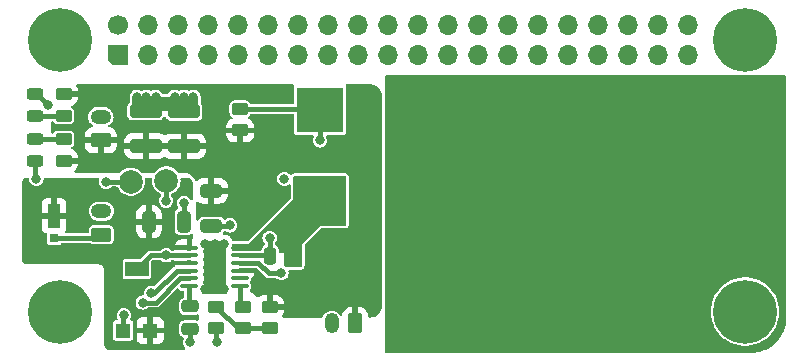
<source format=gbr>
%TF.GenerationSoftware,KiCad,Pcbnew,7.0.1*%
%TF.CreationDate,2023-05-02T18:46:26+03:00*%
%TF.ProjectId,picoups,7069636f-7570-4732-9e6b-696361645f70,rev?*%
%TF.SameCoordinates,Original*%
%TF.FileFunction,Copper,L1,Top*%
%TF.FilePolarity,Positive*%
%FSLAX46Y46*%
G04 Gerber Fmt 4.6, Leading zero omitted, Abs format (unit mm)*
G04 Created by KiCad (PCBNEW 7.0.1) date 2023-05-02 18:46:26*
%MOMM*%
%LPD*%
G01*
G04 APERTURE LIST*
G04 Aperture macros list*
%AMRoundRect*
0 Rectangle with rounded corners*
0 $1 Rounding radius*
0 $2 $3 $4 $5 $6 $7 $8 $9 X,Y pos of 4 corners*
0 Add a 4 corners polygon primitive as box body*
4,1,4,$2,$3,$4,$5,$6,$7,$8,$9,$2,$3,0*
0 Add four circle primitives for the rounded corners*
1,1,$1+$1,$2,$3*
1,1,$1+$1,$4,$5*
1,1,$1+$1,$6,$7*
1,1,$1+$1,$8,$9*
0 Add four rect primitives between the rounded corners*
20,1,$1+$1,$2,$3,$4,$5,0*
20,1,$1+$1,$4,$5,$6,$7,0*
20,1,$1+$1,$6,$7,$8,$9,0*
20,1,$1+$1,$8,$9,$2,$3,0*%
%AMOutline5P*
0 Free polygon, 5 corners , with rotation*
0 The origin of the aperture is its center*
0 number of corners: always 5*
0 $1 to $10 corner X, Y*
0 $11 Rotation angle, in degrees counterclockwise*
0 create outline with 5 corners*
4,1,5,$1,$2,$3,$4,$5,$6,$7,$8,$9,$10,$1,$2,$11*%
%AMOutline6P*
0 Free polygon, 6 corners , with rotation*
0 The origin of the aperture is its center*
0 number of corners: always 6*
0 $1 to $12 corner X, Y*
0 $13 Rotation angle, in degrees counterclockwise*
0 create outline with 6 corners*
4,1,6,$1,$2,$3,$4,$5,$6,$7,$8,$9,$10,$11,$12,$1,$2,$13*%
%AMOutline7P*
0 Free polygon, 7 corners , with rotation*
0 The origin of the aperture is its center*
0 number of corners: always 7*
0 $1 to $14 corner X, Y*
0 $15 Rotation angle, in degrees counterclockwise*
0 create outline with 7 corners*
4,1,7,$1,$2,$3,$4,$5,$6,$7,$8,$9,$10,$11,$12,$13,$14,$1,$2,$15*%
%AMOutline8P*
0 Free polygon, 8 corners , with rotation*
0 The origin of the aperture is its center*
0 number of corners: always 8*
0 $1 to $16 corner X, Y*
0 $17 Rotation angle, in degrees counterclockwise*
0 create outline with 8 corners*
4,1,8,$1,$2,$3,$4,$5,$6,$7,$8,$9,$10,$11,$12,$13,$14,$15,$16,$1,$2,$17*%
G04 Aperture macros list end*
%TA.AperFunction,SMDPad,CuDef*%
%ADD10R,4.000000X3.850000*%
%TD*%
%TA.AperFunction,SMDPad,CuDef*%
%ADD11R,0.800000X0.800000*%
%TD*%
%TA.AperFunction,SMDPad,CuDef*%
%ADD12R,1.100000X2.000000*%
%TD*%
%TA.AperFunction,SMDPad,CuDef*%
%ADD13RoundRect,0.250000X-0.650000X0.325000X-0.650000X-0.325000X0.650000X-0.325000X0.650000X0.325000X0*%
%TD*%
%TA.AperFunction,SMDPad,CuDef*%
%ADD14RoundRect,0.250000X-0.325000X-0.650000X0.325000X-0.650000X0.325000X0.650000X-0.325000X0.650000X0*%
%TD*%
%TA.AperFunction,SMDPad,CuDef*%
%ADD15RoundRect,0.250000X-0.475000X0.250000X-0.475000X-0.250000X0.475000X-0.250000X0.475000X0.250000X0*%
%TD*%
%TA.AperFunction,SMDPad,CuDef*%
%ADD16RoundRect,0.243750X0.456250X-0.243750X0.456250X0.243750X-0.456250X0.243750X-0.456250X-0.243750X0*%
%TD*%
%TA.AperFunction,SMDPad,CuDef*%
%ADD17RoundRect,0.250000X-0.450000X0.262500X-0.450000X-0.262500X0.450000X-0.262500X0.450000X0.262500X0*%
%TD*%
%TA.AperFunction,SMDPad,CuDef*%
%ADD18RoundRect,0.250000X0.250000X0.475000X-0.250000X0.475000X-0.250000X-0.475000X0.250000X-0.475000X0*%
%TD*%
%TA.AperFunction,ComponentPad*%
%ADD19RoundRect,0.250000X0.350000X0.625000X-0.350000X0.625000X-0.350000X-0.625000X0.350000X-0.625000X0*%
%TD*%
%TA.AperFunction,ComponentPad*%
%ADD20O,1.200000X1.750000*%
%TD*%
%TA.AperFunction,SMDPad,CuDef*%
%ADD21RoundRect,0.250000X0.450000X-0.262500X0.450000X0.262500X-0.450000X0.262500X-0.450000X-0.262500X0*%
%TD*%
%TA.AperFunction,ComponentPad*%
%ADD22C,5.400000*%
%TD*%
%TA.AperFunction,SMDPad,CuDef*%
%ADD23C,2.000000*%
%TD*%
%TA.AperFunction,SMDPad,CuDef*%
%ADD24RoundRect,0.250000X1.100000X-0.325000X1.100000X0.325000X-1.100000X0.325000X-1.100000X-0.325000X0*%
%TD*%
%TA.AperFunction,SMDPad,CuDef*%
%ADD25RoundRect,0.243750X-0.456250X0.243750X-0.456250X-0.243750X0.456250X-0.243750X0.456250X0.243750X0*%
%TD*%
%TA.AperFunction,SMDPad,CuDef*%
%ADD26R,1.650000X2.850000*%
%TD*%
%TA.AperFunction,SMDPad,CuDef*%
%ADD27RoundRect,0.100000X-0.625000X-0.100000X0.625000X-0.100000X0.625000X0.100000X-0.625000X0.100000X0*%
%TD*%
%TA.AperFunction,ComponentPad*%
%ADD28Outline5P,-0.850000X0.425000X-0.425000X0.850000X0.850000X0.850000X0.850000X-0.850000X-0.850000X-0.850000X90.000000*%
%TD*%
%TA.AperFunction,ComponentPad*%
%ADD29C,1.700000*%
%TD*%
%TA.AperFunction,ComponentPad*%
%ADD30O,1.700000X1.700000*%
%TD*%
%TA.AperFunction,SMDPad,CuDef*%
%ADD31R,1.300000X1.300000*%
%TD*%
%TA.AperFunction,SMDPad,CuDef*%
%ADD32R,2.000000X1.300000*%
%TD*%
%TA.AperFunction,ComponentPad*%
%ADD33RoundRect,0.250000X0.625000X-0.350000X0.625000X0.350000X-0.625000X0.350000X-0.625000X-0.350000X0*%
%TD*%
%TA.AperFunction,ComponentPad*%
%ADD34O,1.750000X1.200000*%
%TD*%
%TA.AperFunction,ViaPad*%
%ADD35C,0.800000*%
%TD*%
%TA.AperFunction,Conductor*%
%ADD36C,0.400000*%
%TD*%
G04 APERTURE END LIST*
D10*
%TO.P,L1,1,1*%
%TO.N,/SW*%
X116500000Y-109075000D03*
%TO.P,L1,2,2*%
%TO.N,/SENSE*%
X116500000Y-101425000D03*
%TD*%
D11*
%TO.P,D5,2,A*%
%TO.N,/RAW*%
X94000000Y-112270000D03*
D12*
%TO.P,D5,1,K*%
%TO.N,VIN*%
X94000000Y-110370000D03*
%TD*%
D13*
%TO.P,C4,1*%
%TO.N,VBAT*%
X107300000Y-108275000D03*
%TO.P,C4,2*%
%TO.N,GND*%
X107300000Y-111225000D03*
%TD*%
D14*
%TO.P,C1,1*%
%TO.N,VIN*%
X102025000Y-110900000D03*
%TO.P,C1,2*%
%TO.N,GND*%
X104975000Y-110900000D03*
%TD*%
D15*
%TO.P,C3,1*%
%TO.N,/TIMER*%
X105500000Y-118050000D03*
%TO.P,C3,2*%
%TO.N,GND*%
X105500000Y-119950000D03*
%TD*%
D16*
%TO.P,D4,1,K*%
%TO.N,FAULT*%
X92400000Y-105737500D03*
%TO.P,D4,2,A*%
%TO.N,Net-(D4-A)*%
X92400000Y-103862500D03*
%TD*%
D17*
%TO.P,R2,1*%
%TO.N,VBAT*%
X112250000Y-118087500D03*
%TO.P,R2,2*%
%TO.N,Net-(R2-Pad2)*%
X112250000Y-119912500D03*
%TD*%
D18*
%TO.P,C2,2*%
%TO.N,/BOOST*%
X112300000Y-113750000D03*
%TO.P,C2,1*%
%TO.N,/SW*%
X114200000Y-113750000D03*
%TD*%
D19*
%TO.P,J4,1,Pin_1*%
%TO.N,VBAT*%
X119500000Y-119500000D03*
D20*
%TO.P,J4,2,Pin_2*%
%TO.N,GND*%
X117500000Y-119500000D03*
%TD*%
D21*
%TO.P,R6,1*%
%TO.N,Net-(D3-A)*%
X94800000Y-101912500D03*
%TO.P,R6,2*%
%TO.N,VBAT*%
X94800000Y-100087500D03*
%TD*%
D22*
%TO.P,REF\u002A\u002A,1*%
%TO.N,N/C*%
X152500000Y-118500000D03*
%TD*%
D23*
%TO.P,TP2,1,1*%
%TO.N,GND*%
X100500000Y-107500000D03*
%TD*%
D24*
%TO.P,C6,1*%
%TO.N,VBAT*%
X101750000Y-104475000D03*
%TO.P,C6,2*%
%TO.N,GND*%
X101750000Y-101525000D03*
%TD*%
D17*
%TO.P,R5,1*%
%TO.N,Net-(D4-A)*%
X94800000Y-103887500D03*
%TO.P,R5,2*%
%TO.N,VBAT*%
X94800000Y-105712500D03*
%TD*%
%TO.P,R3,1*%
%TO.N,Net-(R2-Pad2)*%
X107750000Y-118087500D03*
%TO.P,R3,2*%
%TO.N,GND*%
X107750000Y-119912500D03*
%TD*%
D23*
%TO.P,TP1,1,1*%
%TO.N,VIN_REG*%
X103500000Y-107400000D03*
%TD*%
D24*
%TO.P,C5,2*%
%TO.N,GND*%
X105000000Y-101550000D03*
%TO.P,C5,1*%
%TO.N,VBAT*%
X105000000Y-104500000D03*
%TD*%
D25*
%TO.P,D3,1,K*%
%TO.N,CHRG*%
X92400000Y-100062500D03*
%TO.P,D3,2,A*%
%TO.N,Net-(D3-A)*%
X92400000Y-101937500D03*
%TD*%
D26*
%TO.P,U1,13,GND*%
%TO.N,GND*%
X107590000Y-114710000D03*
D27*
%TO.P,U1,12,SW*%
%TO.N,/SW*%
X109740000Y-113085000D03*
%TO.P,U1,11,BOOST*%
%TO.N,/BOOST*%
X109740000Y-113735000D03*
%TO.P,U1,10,SENSE*%
%TO.N,/SENSE*%
X109740000Y-114385000D03*
%TO.P,U1,9,BAT*%
%TO.N,VBAT*%
X109740000Y-115035000D03*
%TO.P,U1,8,NTC*%
%TO.N,unconnected-(U1-NTC-Pad8)*%
X109740000Y-115685000D03*
%TO.P,U1,7,V_{FB}*%
%TO.N,/VFB*%
X109740000Y-116335000D03*
%TO.P,U1,6,TIMER*%
%TO.N,/TIMER*%
X105440000Y-116335000D03*
%TO.P,U1,5,~{FAULT}*%
%TO.N,FAULT*%
X105440000Y-115685000D03*
%TO.P,U1,4,~{CHRG}*%
%TO.N,CHRG*%
X105440000Y-115035000D03*
%TO.P,U1,3,~{SHDN}*%
%TO.N,VIN*%
X105440000Y-114385000D03*
%TO.P,U1,2,V_{IN_REG}*%
%TO.N,VIN_REG*%
X105440000Y-113735000D03*
%TO.P,U1,1,V_{IN}*%
%TO.N,VIN*%
X105440000Y-113085000D03*
%TD*%
D22*
%TO.P,REF\u002A\u002A,1*%
%TO.N,N/C*%
X94500000Y-118500000D03*
%TD*%
D28*
%TO.P,J1,1,Pin_1*%
%TO.N,unconnected-(J1-Pin_1-Pad1)*%
X99400000Y-96750000D03*
D29*
%TO.P,J1,2,Pin_2*%
%TO.N,unconnected-(J1-Pin_2-Pad2)*%
X99400000Y-94210000D03*
D30*
%TO.P,J1,3,Pin_3*%
%TO.N,unconnected-(J1-Pin_3-Pad3)*%
X101940000Y-96750000D03*
%TO.P,J1,4,Pin_4*%
%TO.N,unconnected-(J1-Pin_4-Pad4)*%
X101940000Y-94210000D03*
%TO.P,J1,5,Pin_5*%
%TO.N,unconnected-(J1-Pin_5-Pad5)*%
X104480000Y-96750000D03*
%TO.P,J1,6,Pin_6*%
%TO.N,unconnected-(J1-Pin_6-Pad6)*%
X104480000Y-94210000D03*
%TO.P,J1,7,Pin_7*%
%TO.N,unconnected-(J1-Pin_7-Pad7)*%
X107020000Y-96750000D03*
%TO.P,J1,8,Pin_8*%
%TO.N,unconnected-(J1-Pin_8-Pad8)*%
X107020000Y-94210000D03*
%TO.P,J1,9,Pin_9*%
%TO.N,unconnected-(J1-Pin_9-Pad9)*%
X109560000Y-96750000D03*
%TO.P,J1,10,Pin_10*%
%TO.N,unconnected-(J1-Pin_10-Pad10)*%
X109560000Y-94210000D03*
%TO.P,J1,11,Pin_11*%
%TO.N,unconnected-(J1-Pin_11-Pad11)*%
X112100000Y-96750000D03*
%TO.P,J1,12,Pin_12*%
%TO.N,unconnected-(J1-Pin_12-Pad12)*%
X112100000Y-94210000D03*
%TO.P,J1,13,Pin_13*%
%TO.N,unconnected-(J1-Pin_13-Pad13)*%
X114640000Y-96750000D03*
%TO.P,J1,14,Pin_14*%
%TO.N,unconnected-(J1-Pin_14-Pad14)*%
X114640000Y-94210000D03*
%TO.P,J1,15,Pin_15*%
%TO.N,unconnected-(J1-Pin_15-Pad15)*%
X117180000Y-96750000D03*
%TO.P,J1,16,Pin_16*%
%TO.N,unconnected-(J1-Pin_16-Pad16)*%
X117180000Y-94210000D03*
%TO.P,J1,17,Pin_17*%
%TO.N,unconnected-(J1-Pin_17-Pad17)*%
X119720000Y-96750000D03*
%TO.P,J1,18,Pin_18*%
%TO.N,unconnected-(J1-Pin_18-Pad18)*%
X119720000Y-94210000D03*
%TO.P,J1,19,Pin_19*%
%TO.N,unconnected-(J1-Pin_19-Pad19)*%
X122260000Y-96750000D03*
%TO.P,J1,20,Pin_20*%
%TO.N,unconnected-(J1-Pin_20-Pad20)*%
X122260000Y-94210000D03*
%TO.P,J1,21,Pin_21*%
%TO.N,unconnected-(J1-Pin_21-Pad21)*%
X124800000Y-96750000D03*
%TO.P,J1,22,Pin_22*%
%TO.N,unconnected-(J1-Pin_22-Pad22)*%
X124800000Y-94210000D03*
%TO.P,J1,23,Pin_23*%
%TO.N,unconnected-(J1-Pin_23-Pad23)*%
X127340000Y-96750000D03*
%TO.P,J1,24,Pin_24*%
%TO.N,unconnected-(J1-Pin_24-Pad24)*%
X127340000Y-94210000D03*
%TO.P,J1,25,Pin_25*%
%TO.N,unconnected-(J1-Pin_25-Pad25)*%
X129880000Y-96750000D03*
%TO.P,J1,26,Pin_26*%
%TO.N,unconnected-(J1-Pin_26-Pad26)*%
X129880000Y-94210000D03*
%TO.P,J1,27,Pin_27*%
%TO.N,unconnected-(J1-Pin_27-Pad27)*%
X132420000Y-96750000D03*
%TO.P,J1,28,Pin_28*%
%TO.N,unconnected-(J1-Pin_28-Pad28)*%
X132420000Y-94210000D03*
%TO.P,J1,29,Pin_29*%
%TO.N,unconnected-(J1-Pin_29-Pad29)*%
X134960000Y-96750000D03*
%TO.P,J1,30,Pin_30*%
%TO.N,unconnected-(J1-Pin_30-Pad30)*%
X134960000Y-94210000D03*
%TO.P,J1,31,Pin_31*%
%TO.N,unconnected-(J1-Pin_31-Pad31)*%
X137500000Y-96750000D03*
%TO.P,J1,32,Pin_32*%
%TO.N,unconnected-(J1-Pin_32-Pad32)*%
X137500000Y-94210000D03*
%TO.P,J1,33,Pin_33*%
%TO.N,unconnected-(J1-Pin_33-Pad33)*%
X140040000Y-96750000D03*
%TO.P,J1,34,Pin_34*%
%TO.N,unconnected-(J1-Pin_34-Pad34)*%
X140040000Y-94210000D03*
%TO.P,J1,35,Pin_35*%
%TO.N,unconnected-(J1-Pin_35-Pad35)*%
X142580000Y-96750000D03*
%TO.P,J1,36,Pin_36*%
%TO.N,unconnected-(J1-Pin_36-Pad36)*%
X142580000Y-94210000D03*
%TO.P,J1,37,Pin_37*%
%TO.N,unconnected-(J1-Pin_37-Pad37)*%
X145120000Y-96750000D03*
%TO.P,J1,38,Pin_38*%
%TO.N,unconnected-(J1-Pin_38-Pad38)*%
X145120000Y-94210000D03*
%TO.P,J1,39,Pin_39*%
%TO.N,unconnected-(J1-Pin_39-Pad39)*%
X147660000Y-96750000D03*
%TO.P,J1,40,Pin_40*%
%TO.N,unconnected-(J1-Pin_40-Pad40)*%
X147660000Y-94210000D03*
%TD*%
D31*
%TO.P,RV1,1,1*%
%TO.N,VIN*%
X102150000Y-120100000D03*
D32*
%TO.P,RV1,2,2*%
%TO.N,VIN_REG*%
X101000000Y-114900000D03*
D31*
%TO.P,RV1,3,3*%
%TO.N,GND*%
X99850000Y-120100000D03*
%TD*%
D22*
%TO.P,REF\u002A\u002A,1*%
%TO.N,N/C*%
X94500000Y-95500000D03*
%TD*%
D17*
%TO.P,R1,1*%
%TO.N,/SENSE*%
X109750000Y-101337500D03*
%TO.P,R1,2*%
%TO.N,VBAT*%
X109750000Y-103162500D03*
%TD*%
D22*
%TO.P,REF\u002A\u002A,1*%
%TO.N,N/C*%
X152500000Y-95500000D03*
%TD*%
D17*
%TO.P,R4,1*%
%TO.N,/VFB*%
X110000000Y-118087500D03*
%TO.P,R4,2*%
%TO.N,Net-(R2-Pad2)*%
X110000000Y-119912500D03*
%TD*%
D33*
%TO.P,J3,1,Pin_1*%
%TO.N,/RAW*%
X98000000Y-112000000D03*
D34*
%TO.P,J3,2,Pin_2*%
%TO.N,GND*%
X98000000Y-110000000D03*
%TD*%
D33*
%TO.P,J2,1,Pin_1*%
%TO.N,VBAT*%
X97950000Y-104000000D03*
D34*
%TO.P,J2,2,Pin_2*%
%TO.N,GND*%
X97950000Y-102000000D03*
%TD*%
D35*
%TO.N,GND*%
X98400000Y-107500000D03*
%TO.N,VIN_REG*%
X103500000Y-109100000D03*
X103500000Y-113735000D03*
%TO.N,FAULT*%
X101500000Y-117734416D03*
X92500000Y-107250000D03*
%TO.N,CHRG*%
X102184419Y-116934916D03*
X93500000Y-101000000D03*
%TO.N,GND*%
X105800000Y-100300000D03*
X104200000Y-100300000D03*
X105000000Y-100300000D03*
X102600000Y-100300000D03*
X101000000Y-100300000D03*
X101800000Y-100300000D03*
X99900000Y-118800000D03*
X107800000Y-121100000D03*
X105500000Y-121100000D03*
X105000000Y-109300000D03*
X108900000Y-111200000D03*
X108400000Y-116600000D03*
X107600000Y-116600000D03*
X106800000Y-116600000D03*
X108400000Y-112800000D03*
X107600000Y-112800000D03*
X106800000Y-112800000D03*
X113500000Y-107250000D03*
%TO.N,VBAT*%
X112250000Y-107250000D03*
%TO.N,/SW*%
X114250000Y-112250000D03*
%TO.N,/BOOST*%
X112250000Y-112250000D03*
%TO.N,/SENSE*%
X113250000Y-115250000D03*
X116500000Y-104000000D03*
%TD*%
D36*
%TO.N,GND*%
X100500000Y-107500000D02*
X98400000Y-107500000D01*
%TO.N,VIN_REG*%
X103500000Y-107400000D02*
X103500000Y-109100000D01*
X103500000Y-113735000D02*
X102165000Y-113735000D01*
X102165000Y-113735000D02*
X101000000Y-114900000D01*
X105440000Y-113735000D02*
X103500000Y-113735000D01*
%TO.N,/RAW*%
X94000000Y-112270000D02*
X97730000Y-112270000D01*
X97730000Y-112270000D02*
X98000000Y-112000000D01*
%TO.N,FAULT*%
X101500000Y-117734416D02*
X101852548Y-117734416D01*
X101852548Y-117734416D02*
X101853048Y-117734916D01*
X101853048Y-117734916D02*
X102607977Y-117734916D01*
X102607977Y-117734916D02*
X104657893Y-115685000D01*
X104657893Y-115685000D02*
X105440000Y-115685000D01*
X92500000Y-107250000D02*
X92400000Y-107150000D01*
X92400000Y-107150000D02*
X92400000Y-105737500D01*
%TO.N,CHRG*%
X102184419Y-116934916D02*
X102466556Y-116934916D01*
X104366472Y-115035000D02*
X105440000Y-115035000D01*
X102466556Y-116934916D02*
X104366472Y-115035000D01*
X92400000Y-100062500D02*
X92562500Y-100062500D01*
X92562500Y-100062500D02*
X93500000Y-101000000D01*
%TO.N,Net-(D4-A)*%
X92400000Y-103862500D02*
X94775000Y-103862500D01*
X94775000Y-103862500D02*
X94800000Y-103887500D01*
%TO.N,Net-(D3-A)*%
X92400000Y-101937500D02*
X94775000Y-101937500D01*
X94775000Y-101937500D02*
X94800000Y-101912500D01*
%TO.N,GND*%
X99850000Y-118850000D02*
X99900000Y-118800000D01*
X99850000Y-120100000D02*
X99850000Y-118850000D01*
X107750000Y-121050000D02*
X107800000Y-121100000D01*
X107750000Y-119912500D02*
X107750000Y-121050000D01*
X105500000Y-119950000D02*
X105500000Y-121100000D01*
%TO.N,/TIMER*%
X105440000Y-116335000D02*
X105440000Y-117990000D01*
X105440000Y-117990000D02*
X105500000Y-118050000D01*
%TO.N,/VFB*%
X109740000Y-116335000D02*
X109740000Y-117827500D01*
X109740000Y-117827500D02*
X110000000Y-118087500D01*
%TO.N,Net-(R2-Pad2)*%
X110000000Y-119912500D02*
X109575000Y-119912500D01*
X109575000Y-119912500D02*
X107750000Y-118087500D01*
X112250000Y-119912500D02*
X110000000Y-119912500D01*
%TO.N,GND*%
X104975000Y-109325000D02*
X105000000Y-109300000D01*
X104975000Y-110900000D02*
X104975000Y-109325000D01*
X108875000Y-111225000D02*
X108900000Y-111200000D01*
X107300000Y-111225000D02*
X108875000Y-111225000D01*
%TO.N,/SW*%
X114200000Y-113750000D02*
X114200000Y-112300000D01*
X114200000Y-112300000D02*
X114250000Y-112250000D01*
%TO.N,/BOOST*%
X112300000Y-113750000D02*
X112300000Y-112300000D01*
X112300000Y-112300000D02*
X112250000Y-112250000D01*
%TO.N,/SENSE*%
X113250000Y-115250000D02*
X112155761Y-115250000D01*
X112155761Y-115250000D02*
X111290761Y-114385000D01*
X111290761Y-114385000D02*
X109740000Y-114385000D01*
X116500000Y-104000000D02*
X116500000Y-101425000D01*
X109750000Y-101337500D02*
X116412500Y-101337500D01*
X116412500Y-101337500D02*
X116500000Y-101425000D01*
%TO.N,/BOOST*%
X109740000Y-113735000D02*
X112285000Y-113735000D01*
X112285000Y-113735000D02*
X112300000Y-113750000D01*
%TD*%
%TA.AperFunction,Conductor*%
%TO.N,/SW*%
G36*
X118688000Y-107016613D02*
G01*
X118733387Y-107062000D01*
X118750000Y-107124000D01*
X118750000Y-111126000D01*
X118733387Y-111188000D01*
X118688000Y-111233387D01*
X118626000Y-111250000D01*
X116499999Y-111250000D01*
X115000000Y-112749999D01*
X115000000Y-114626000D01*
X114983387Y-114688000D01*
X114938000Y-114733387D01*
X114876000Y-114750000D01*
X113626909Y-114750000D01*
X113587040Y-114743416D01*
X113551405Y-114724362D01*
X113548496Y-114722129D01*
X113512783Y-114678601D01*
X113500000Y-114623767D01*
X113500000Y-113500000D01*
X113124500Y-113500000D01*
X113062500Y-113483387D01*
X113017113Y-113438000D01*
X113000500Y-113376000D01*
X113000500Y-113220731D01*
X112997646Y-113190303D01*
X112997646Y-113190301D01*
X112952793Y-113062118D01*
X112952792Y-113062115D01*
X112872152Y-112952851D01*
X112750867Y-112863340D01*
X112713806Y-112819451D01*
X112700500Y-112763569D01*
X112700500Y-112691419D01*
X112707081Y-112651560D01*
X112726122Y-112615935D01*
X112774536Y-112552841D01*
X112835044Y-112406762D01*
X112855682Y-112250000D01*
X112835044Y-112093238D01*
X112774536Y-111947159D01*
X112774535Y-111947158D01*
X112678282Y-111821717D01*
X112552840Y-111725463D01*
X112406762Y-111664956D01*
X112250000Y-111644317D01*
X112093237Y-111664956D01*
X111947159Y-111725463D01*
X111821717Y-111821717D01*
X111725463Y-111947159D01*
X111664956Y-112093237D01*
X111644317Y-112249999D01*
X111664956Y-112406762D01*
X111725463Y-112552840D01*
X111821717Y-112678281D01*
X111827369Y-112682618D01*
X111863352Y-112726670D01*
X111875881Y-112782154D01*
X111862318Y-112837393D01*
X111825520Y-112880766D01*
X111727848Y-112952850D01*
X111647207Y-113062115D01*
X111602353Y-113190303D01*
X111599374Y-113222077D01*
X111579232Y-113279069D01*
X111534539Y-113319767D01*
X111475916Y-113334500D01*
X109147724Y-113334500D01*
X109096563Y-113323454D01*
X109054517Y-113292283D01*
X109029078Y-113246542D01*
X109028867Y-113245847D01*
X109024578Y-113226009D01*
X109021059Y-113199277D01*
X109020000Y-113183106D01*
X109020000Y-112990766D01*
X109029439Y-112943313D01*
X109034113Y-112932027D01*
X109061920Y-112864897D01*
X109068553Y-112840927D01*
X109093507Y-112793778D01*
X109135963Y-112761475D01*
X109188061Y-112750000D01*
X110500000Y-112750000D01*
X114250000Y-109000000D01*
X114250000Y-107124000D01*
X114266613Y-107062000D01*
X114312000Y-107016613D01*
X114374000Y-107000000D01*
X118626000Y-107000000D01*
X118688000Y-107016613D01*
G37*
%TD.AperFunction*%
%TD*%
%TA.AperFunction,Conductor*%
%TO.N,VBAT*%
G36*
X114247223Y-99261905D02*
G01*
X114290059Y-99295335D01*
X114314490Y-99343871D01*
X114315823Y-99398192D01*
X114299500Y-99480251D01*
X114299500Y-100813000D01*
X114282887Y-100875000D01*
X114237500Y-100920387D01*
X114175500Y-100937000D01*
X110716978Y-100937000D01*
X110667391Y-100926653D01*
X110626079Y-100897341D01*
X110613908Y-100877142D01*
X110613891Y-100877156D01*
X110602790Y-100862115D01*
X110522150Y-100752850D01*
X110522149Y-100752849D01*
X110522148Y-100752847D01*
X110412884Y-100672207D01*
X110284696Y-100627353D01*
X110254269Y-100624500D01*
X110254266Y-100624500D01*
X109245734Y-100624500D01*
X109245731Y-100624500D01*
X109215303Y-100627353D01*
X109087115Y-100672207D01*
X108977849Y-100752849D01*
X108897207Y-100862115D01*
X108852353Y-100990303D01*
X108849500Y-101020731D01*
X108849500Y-101654269D01*
X108852353Y-101684696D01*
X108897207Y-101812884D01*
X108977849Y-101922150D01*
X109060600Y-101983223D01*
X109101724Y-102036016D01*
X109109424Y-102102491D01*
X109081459Y-102163288D01*
X109025973Y-102200698D01*
X108980879Y-102215641D01*
X108831654Y-102307683D01*
X108707683Y-102431654D01*
X108615642Y-102580877D01*
X108560493Y-102747303D01*
X108550000Y-102850021D01*
X108550000Y-102912500D01*
X110949999Y-102912500D01*
X110949999Y-102850021D01*
X110939506Y-102747304D01*
X110884357Y-102580877D01*
X110792316Y-102431654D01*
X110668345Y-102307683D01*
X110519123Y-102215642D01*
X110474027Y-102200699D01*
X110418540Y-102163288D01*
X110390575Y-102102491D01*
X110398275Y-102036016D01*
X110439397Y-101983223D01*
X110522150Y-101922150D01*
X110602793Y-101812882D01*
X110602793Y-101812880D01*
X110613891Y-101797844D01*
X110613908Y-101797857D01*
X110626079Y-101777659D01*
X110667391Y-101748347D01*
X110716978Y-101738000D01*
X114175500Y-101738000D01*
X114237500Y-101754613D01*
X114282887Y-101800000D01*
X114299500Y-101862000D01*
X114299500Y-103369749D01*
X114311132Y-103428230D01*
X114355447Y-103494552D01*
X114421769Y-103538867D01*
X114480251Y-103550500D01*
X114480252Y-103550500D01*
X115850633Y-103550500D01*
X115909086Y-103565142D01*
X115953735Y-103605609D01*
X115974036Y-103662346D01*
X115965194Y-103721952D01*
X115914956Y-103843237D01*
X115894317Y-104000000D01*
X115914956Y-104156762D01*
X115975463Y-104302840D01*
X116071717Y-104428282D01*
X116168695Y-104502695D01*
X116197159Y-104524536D01*
X116343238Y-104585044D01*
X116500000Y-104605682D01*
X116656762Y-104585044D01*
X116802841Y-104524536D01*
X116928282Y-104428282D01*
X117024536Y-104302841D01*
X117085044Y-104156762D01*
X117105682Y-104000000D01*
X117085044Y-103843238D01*
X117054781Y-103770178D01*
X117034806Y-103721952D01*
X117025964Y-103662346D01*
X117046265Y-103605609D01*
X117090914Y-103565142D01*
X117149367Y-103550500D01*
X118519749Y-103550500D01*
X118548989Y-103544683D01*
X118578231Y-103538867D01*
X118644552Y-103494552D01*
X118688867Y-103428231D01*
X118700500Y-103369748D01*
X118700500Y-99480252D01*
X118688867Y-99421769D01*
X118688866Y-99421768D01*
X118684177Y-99398192D01*
X118685510Y-99343871D01*
X118709941Y-99295335D01*
X118752777Y-99261905D01*
X118805794Y-99250000D01*
X120743907Y-99250000D01*
X120756061Y-99250597D01*
X120932941Y-99268018D01*
X120956769Y-99272757D01*
X121121001Y-99322576D01*
X121143453Y-99331877D01*
X121294798Y-99412772D01*
X121315010Y-99426277D01*
X121447666Y-99535145D01*
X121464854Y-99552333D01*
X121573722Y-99684989D01*
X121587227Y-99705201D01*
X121668121Y-99856543D01*
X121677424Y-99879001D01*
X121727240Y-100043224D01*
X121731982Y-100067065D01*
X121749403Y-100243939D01*
X121750000Y-100256093D01*
X121750000Y-117993907D01*
X121749403Y-118006061D01*
X121731982Y-118182934D01*
X121727240Y-118206775D01*
X121677424Y-118370998D01*
X121668121Y-118393456D01*
X121587227Y-118544798D01*
X121573722Y-118565010D01*
X121464854Y-118697666D01*
X121447666Y-118714854D01*
X121315010Y-118823722D01*
X121294798Y-118837227D01*
X121143456Y-118918121D01*
X121120998Y-118927424D01*
X120956775Y-118977240D01*
X120932934Y-118981982D01*
X120756061Y-118999403D01*
X120743907Y-119000000D01*
X120723999Y-119000000D01*
X120661999Y-118983387D01*
X120616612Y-118938000D01*
X120599999Y-118876000D01*
X120599999Y-118825021D01*
X120589506Y-118722304D01*
X120534357Y-118555877D01*
X120442316Y-118406654D01*
X120318345Y-118282683D01*
X120169122Y-118190642D01*
X120002696Y-118135493D01*
X119899979Y-118125000D01*
X119750000Y-118125000D01*
X119750000Y-119000000D01*
X119250000Y-119000000D01*
X119250000Y-118125001D01*
X119100021Y-118125001D01*
X118997304Y-118135493D01*
X118830877Y-118190642D01*
X118681654Y-118282683D01*
X118557683Y-118406654D01*
X118465642Y-118555877D01*
X118410493Y-118722303D01*
X118407827Y-118748403D01*
X118386980Y-118805566D01*
X118341450Y-118845930D01*
X118282201Y-118859777D01*
X118223498Y-118843772D01*
X118179475Y-118801770D01*
X118129814Y-118722735D01*
X118002264Y-118595185D01*
X117855068Y-118502696D01*
X117849522Y-118499211D01*
X117679255Y-118439632D01*
X117679253Y-118439631D01*
X117679251Y-118439631D01*
X117500000Y-118419434D01*
X117320748Y-118439631D01*
X117320745Y-118439631D01*
X117320745Y-118439632D01*
X117150478Y-118499211D01*
X117150476Y-118499211D01*
X117150476Y-118499212D01*
X116997735Y-118595185D01*
X116870185Y-118722735D01*
X116774209Y-118875480D01*
X116759697Y-118916955D01*
X116733554Y-118960342D01*
X116692242Y-118989654D01*
X116642656Y-119000000D01*
X113402445Y-119000000D01*
X113339666Y-118982933D01*
X113294168Y-118936432D01*
X113278475Y-118873295D01*
X113296906Y-118810903D01*
X113384358Y-118669120D01*
X113439506Y-118502696D01*
X113450000Y-118399979D01*
X113450000Y-118337500D01*
X112124000Y-118337500D01*
X112062000Y-118320887D01*
X112016613Y-118275500D01*
X112000000Y-118213500D01*
X112000000Y-117075001D01*
X111750021Y-117075001D01*
X111647304Y-117085493D01*
X111480877Y-117140642D01*
X111331654Y-117232683D01*
X111300165Y-117264173D01*
X111251381Y-117294233D01*
X111194289Y-117299150D01*
X111141084Y-117277873D01*
X111103126Y-117234945D01*
X111095550Y-117220771D01*
X111081470Y-117194430D01*
X110983456Y-117075000D01*
X112500000Y-117075000D01*
X112500000Y-117837500D01*
X113449999Y-117837500D01*
X113449999Y-117775021D01*
X113439506Y-117672304D01*
X113384357Y-117505877D01*
X113292316Y-117356654D01*
X113168345Y-117232683D01*
X113019122Y-117140642D01*
X112852696Y-117085493D01*
X112749979Y-117075000D01*
X112500000Y-117075000D01*
X110983456Y-117075000D01*
X110957107Y-117042893D01*
X110805570Y-116918530D01*
X110805569Y-116918529D01*
X110627753Y-116823485D01*
X110584825Y-116785527D01*
X110563548Y-116732321D01*
X110568465Y-116675229D01*
X110598526Y-116626445D01*
X110617205Y-116607766D01*
X110617205Y-116607765D01*
X110617206Y-116607765D01*
X110662585Y-116504991D01*
X110665500Y-116479865D01*
X110665499Y-116190136D01*
X110662585Y-116165009D01*
X110617206Y-116062235D01*
X110617205Y-116062234D01*
X110616257Y-116060086D01*
X110605691Y-116010000D01*
X110616257Y-115959913D01*
X110617204Y-115957766D01*
X110617206Y-115957765D01*
X110662585Y-115854991D01*
X110665500Y-115829865D01*
X110665499Y-115721850D01*
X110678287Y-115667008D01*
X110714013Y-115623476D01*
X110792923Y-115562926D01*
X110889100Y-115437586D01*
X110949555Y-115291632D01*
X110957012Y-115235000D01*
X109664000Y-115235000D01*
X109602000Y-115218387D01*
X109556613Y-115173000D01*
X109540000Y-115111000D01*
X109540000Y-114959000D01*
X109556613Y-114897000D01*
X109602000Y-114851613D01*
X109664000Y-114835000D01*
X110957010Y-114835000D01*
X110963377Y-114827740D01*
X111005430Y-114796553D01*
X111056605Y-114785500D01*
X111073506Y-114785500D01*
X111120959Y-114794939D01*
X111161187Y-114821819D01*
X111903531Y-115564163D01*
X111903537Y-115564168D01*
X111917419Y-115578050D01*
X111937161Y-115588109D01*
X111953748Y-115598274D01*
X111955435Y-115599500D01*
X111971672Y-115611296D01*
X111992748Y-115618144D01*
X112010706Y-115625582D01*
X112030457Y-115635646D01*
X112040286Y-115637202D01*
X112052338Y-115639112D01*
X112071258Y-115643654D01*
X112092328Y-115650500D01*
X112124242Y-115650500D01*
X112219194Y-115650500D01*
X112743419Y-115650500D01*
X112783277Y-115657081D01*
X112818905Y-115676124D01*
X112878501Y-115721853D01*
X112947159Y-115774536D01*
X113093238Y-115835044D01*
X113250000Y-115855682D01*
X113406762Y-115835044D01*
X113552841Y-115774536D01*
X113678282Y-115678282D01*
X113774536Y-115552841D01*
X113835044Y-115406762D01*
X113855682Y-115250000D01*
X113835366Y-115095684D01*
X113845923Y-115027095D01*
X113891680Y-114974919D01*
X113958305Y-114955500D01*
X114876001Y-114955500D01*
X114893729Y-114953166D01*
X114929188Y-114948498D01*
X114991188Y-114931885D01*
X115040750Y-114911355D01*
X115083310Y-114878697D01*
X115128697Y-114833310D01*
X115161355Y-114790750D01*
X115181885Y-114741188D01*
X115198498Y-114679188D01*
X115205500Y-114626000D01*
X115205500Y-112886481D01*
X115214939Y-112839028D01*
X115241819Y-112798800D01*
X116548800Y-111491819D01*
X116589028Y-111464939D01*
X116636481Y-111455500D01*
X118626001Y-111455500D01*
X118643729Y-111453166D01*
X118679188Y-111448498D01*
X118741188Y-111431885D01*
X118790750Y-111411355D01*
X118833310Y-111378697D01*
X118878697Y-111333310D01*
X118911355Y-111290750D01*
X118931885Y-111241188D01*
X118948498Y-111179188D01*
X118955500Y-111126000D01*
X118955500Y-107124000D01*
X118948498Y-107070812D01*
X118931885Y-107008812D01*
X118911355Y-106959250D01*
X118878697Y-106916690D01*
X118878695Y-106916688D01*
X118878692Y-106916684D01*
X118833315Y-106871307D01*
X118825501Y-106865311D01*
X118790750Y-106838645D01*
X118790746Y-106838643D01*
X118741192Y-106818116D01*
X118679186Y-106801501D01*
X118626001Y-106794500D01*
X118626000Y-106794500D01*
X114374000Y-106794500D01*
X114373999Y-106794500D01*
X114320813Y-106801501D01*
X114258807Y-106818116D01*
X114209253Y-106838643D01*
X114166687Y-106871305D01*
X114153299Y-106884693D01*
X114092456Y-106918070D01*
X114023208Y-106913530D01*
X113967244Y-106872495D01*
X113928282Y-106821718D01*
X113923586Y-106818115D01*
X113802840Y-106725463D01*
X113656762Y-106664956D01*
X113500000Y-106644317D01*
X113343237Y-106664956D01*
X113197159Y-106725463D01*
X113071717Y-106821717D01*
X112975463Y-106947159D01*
X112914956Y-107093237D01*
X112894317Y-107250000D01*
X112914956Y-107406762D01*
X112975463Y-107552840D01*
X113071717Y-107678282D01*
X113197158Y-107774535D01*
X113197159Y-107774536D01*
X113343238Y-107835044D01*
X113500000Y-107855682D01*
X113656762Y-107835044D01*
X113802841Y-107774536D01*
X113830752Y-107753119D01*
X113845014Y-107742176D01*
X113908346Y-107717149D01*
X113975344Y-107729340D01*
X114025801Y-107775072D01*
X114044500Y-107840552D01*
X114044500Y-108863518D01*
X114035061Y-108910971D01*
X114008181Y-108951199D01*
X110451199Y-112508181D01*
X110410971Y-112535061D01*
X110363518Y-112544500D01*
X109202052Y-112544500D01*
X109148120Y-112532157D01*
X109104925Y-112497587D01*
X109081065Y-112447670D01*
X109079688Y-112441540D01*
X109059388Y-112384807D01*
X109003745Y-112274265D01*
X108962106Y-112225995D01*
X108922910Y-112180556D01*
X108878261Y-112140089D01*
X108777081Y-112068831D01*
X108720080Y-112046843D01*
X108661618Y-112024291D01*
X108603160Y-112009648D01*
X108480340Y-111994500D01*
X108480337Y-111994500D01*
X108427482Y-111994500D01*
X108362495Y-111976106D01*
X108316787Y-111926381D01*
X108303921Y-111860078D01*
X108327712Y-111796866D01*
X108336437Y-111785044D01*
X108352793Y-111762882D01*
X108358502Y-111746564D01*
X108389936Y-111697810D01*
X108440104Y-111668689D01*
X108498029Y-111665571D01*
X108551028Y-111689139D01*
X108597159Y-111724536D01*
X108597160Y-111724536D01*
X108597161Y-111724537D01*
X108608607Y-111729278D01*
X108743238Y-111785044D01*
X108900000Y-111805682D01*
X109056762Y-111785044D01*
X109202841Y-111724536D01*
X109328282Y-111628282D01*
X109424536Y-111502841D01*
X109485044Y-111356762D01*
X109505682Y-111200000D01*
X109485044Y-111043238D01*
X109424536Y-110897159D01*
X109424535Y-110897158D01*
X109328282Y-110771717D01*
X109202840Y-110675463D01*
X109056762Y-110614956D01*
X108900000Y-110594317D01*
X108743237Y-110614956D01*
X108597161Y-110675462D01*
X108535886Y-110722480D01*
X108475818Y-110747141D01*
X108411522Y-110738063D01*
X108360629Y-110697736D01*
X108344190Y-110675462D01*
X108272150Y-110577850D01*
X108272149Y-110577849D01*
X108272148Y-110577847D01*
X108162884Y-110497207D01*
X108034696Y-110452353D01*
X108004269Y-110449500D01*
X108004266Y-110449500D01*
X106595734Y-110449500D01*
X106595731Y-110449500D01*
X106565303Y-110452353D01*
X106437115Y-110497207D01*
X106327849Y-110577849D01*
X106247208Y-110687114D01*
X106241042Y-110704737D01*
X106201313Y-110760729D01*
X106137884Y-110787002D01*
X106070198Y-110775502D01*
X106019006Y-110729754D01*
X106000000Y-110663782D01*
X106000000Y-109302445D01*
X106017067Y-109239666D01*
X106063568Y-109194168D01*
X106126705Y-109178475D01*
X106189097Y-109196906D01*
X106330879Y-109284358D01*
X106497303Y-109339506D01*
X106600021Y-109350000D01*
X107050000Y-109350000D01*
X107050000Y-108525000D01*
X107550000Y-108525000D01*
X107550000Y-109349999D01*
X107999979Y-109349999D01*
X108102695Y-109339506D01*
X108269122Y-109284357D01*
X108418345Y-109192316D01*
X108542316Y-109068345D01*
X108634357Y-108919122D01*
X108689506Y-108752696D01*
X108700000Y-108649979D01*
X108700000Y-108525000D01*
X107550000Y-108525000D01*
X107050000Y-108525000D01*
X107050000Y-107200001D01*
X106600021Y-107200001D01*
X106497304Y-107210493D01*
X106330877Y-107265642D01*
X106181654Y-107357683D01*
X106127920Y-107411418D01*
X106073309Y-107443246D01*
X106010105Y-107444020D01*
X105954731Y-107413539D01*
X105932084Y-107376780D01*
X105929637Y-107378088D01*
X105918730Y-107357683D01*
X105834447Y-107200000D01*
X107550000Y-107200000D01*
X107550000Y-108025000D01*
X108699999Y-108025000D01*
X108699999Y-107900021D01*
X108689506Y-107797304D01*
X108634357Y-107630877D01*
X108542316Y-107481654D01*
X108418345Y-107357683D01*
X108269122Y-107265642D01*
X108102696Y-107210493D01*
X107999979Y-107200000D01*
X107550000Y-107200000D01*
X105834447Y-107200000D01*
X105831470Y-107194430D01*
X105707107Y-107042893D01*
X105555570Y-106918530D01*
X105555569Y-106918529D01*
X105382685Y-106826121D01*
X105382684Y-106826120D01*
X105382683Y-106826120D01*
X105278445Y-106794500D01*
X105195088Y-106769214D01*
X105021313Y-106752099D01*
X105000000Y-106750000D01*
X104999999Y-106750000D01*
X104575241Y-106750000D01*
X104519970Y-106737000D01*
X104476287Y-106700727D01*
X104390980Y-106587762D01*
X104226562Y-106437875D01*
X104037404Y-106320754D01*
X103968659Y-106294122D01*
X103829940Y-106240382D01*
X103611243Y-106199500D01*
X103388757Y-106199500D01*
X103170059Y-106240382D01*
X103170060Y-106240382D01*
X102962595Y-106320754D01*
X102773437Y-106437875D01*
X102609019Y-106587762D01*
X102523713Y-106700727D01*
X102480030Y-106737000D01*
X102424759Y-106750000D01*
X101499724Y-106750000D01*
X101444452Y-106737000D01*
X101400769Y-106700726D01*
X101399379Y-106698885D01*
X101390981Y-106687764D01*
X101344508Y-106645398D01*
X101226562Y-106537875D01*
X101037404Y-106420754D01*
X100976174Y-106397033D01*
X100829940Y-106340382D01*
X100611243Y-106299500D01*
X100388757Y-106299500D01*
X100170059Y-106340382D01*
X100170060Y-106340382D01*
X99962595Y-106420754D01*
X99773437Y-106537875D01*
X99609021Y-106687761D01*
X99599231Y-106700726D01*
X99555548Y-106737000D01*
X99500276Y-106750000D01*
X95835024Y-106750000D01*
X95778729Y-106736485D01*
X95734706Y-106698885D01*
X95712551Y-106645398D01*
X95717093Y-106587682D01*
X95747343Y-106538319D01*
X95842316Y-106443345D01*
X95934357Y-106294122D01*
X95989506Y-106127696D01*
X96000000Y-106024979D01*
X96000000Y-105962500D01*
X94674000Y-105962500D01*
X94612000Y-105945887D01*
X94566613Y-105900500D01*
X94550000Y-105838500D01*
X94550000Y-105586500D01*
X94566613Y-105524500D01*
X94612000Y-105479113D01*
X94674000Y-105462500D01*
X95999999Y-105462500D01*
X95999999Y-105400021D01*
X95989506Y-105297304D01*
X95934357Y-105130877D01*
X95842316Y-104981654D01*
X95718345Y-104857683D01*
X95569123Y-104765642D01*
X95524027Y-104750699D01*
X95468540Y-104713288D01*
X95440575Y-104652491D01*
X95448275Y-104586016D01*
X95489397Y-104533223D01*
X95572150Y-104472150D01*
X95572150Y-104472148D01*
X95572152Y-104472148D01*
X95652792Y-104362884D01*
X95673802Y-104302841D01*
X95692292Y-104250000D01*
X96575001Y-104250000D01*
X96575001Y-104399979D01*
X96585493Y-104502695D01*
X96640642Y-104669122D01*
X96732683Y-104818345D01*
X96856654Y-104942316D01*
X97005877Y-105034357D01*
X97172303Y-105089506D01*
X97275021Y-105100000D01*
X97700000Y-105100000D01*
X97700000Y-104250000D01*
X98200000Y-104250000D01*
X98200000Y-105099999D01*
X98624979Y-105099999D01*
X98727695Y-105089506D01*
X98894122Y-105034357D01*
X99043345Y-104942316D01*
X99167316Y-104818345D01*
X99224891Y-104725000D01*
X99900001Y-104725000D01*
X99900001Y-104849979D01*
X99910493Y-104952695D01*
X99965642Y-105119122D01*
X100057683Y-105268345D01*
X100181654Y-105392316D01*
X100330877Y-105484357D01*
X100497303Y-105539506D01*
X100600021Y-105550000D01*
X101500000Y-105550000D01*
X101500000Y-104725000D01*
X102000000Y-104725000D01*
X102000000Y-105549999D01*
X102899979Y-105549999D01*
X103002695Y-105539506D01*
X103169120Y-105484358D01*
X103289637Y-105410023D01*
X103354734Y-105391562D01*
X103419831Y-105410023D01*
X103580879Y-105509358D01*
X103747303Y-105564506D01*
X103850021Y-105575000D01*
X104750000Y-105575000D01*
X104750000Y-104750000D01*
X105250000Y-104750000D01*
X105250000Y-105574999D01*
X106149979Y-105574999D01*
X106252695Y-105564506D01*
X106419122Y-105509357D01*
X106568345Y-105417316D01*
X106692316Y-105293345D01*
X106784357Y-105144122D01*
X106839506Y-104977696D01*
X106850000Y-104874979D01*
X106850000Y-104750000D01*
X105250000Y-104750000D01*
X104750000Y-104750000D01*
X103186362Y-104750000D01*
X103138909Y-104740561D01*
X103115621Y-104725000D01*
X102000000Y-104725000D01*
X101500000Y-104725000D01*
X99900001Y-104725000D01*
X99224891Y-104725000D01*
X99259357Y-104669122D01*
X99314506Y-104502696D01*
X99325000Y-104399979D01*
X99325000Y-104250000D01*
X98200000Y-104250000D01*
X97700000Y-104250000D01*
X96575001Y-104250000D01*
X95692292Y-104250000D01*
X95697646Y-104234699D01*
X95698556Y-104225000D01*
X99900000Y-104225000D01*
X101500000Y-104225000D01*
X101500000Y-103400001D01*
X100600021Y-103400001D01*
X100497304Y-103410493D01*
X100330877Y-103465642D01*
X100181654Y-103557683D01*
X100057683Y-103681654D01*
X99965642Y-103830877D01*
X99910493Y-103997303D01*
X99900000Y-104100021D01*
X99900000Y-104225000D01*
X95698556Y-104225000D01*
X95700500Y-104204266D01*
X95700500Y-103750000D01*
X96575000Y-103750000D01*
X99324999Y-103750000D01*
X99324999Y-103600021D01*
X99314506Y-103497304D01*
X99282262Y-103400000D01*
X102000000Y-103400000D01*
X102000000Y-104225000D01*
X103563638Y-104225000D01*
X103611091Y-104234439D01*
X103634379Y-104250000D01*
X104750000Y-104250000D01*
X104750000Y-103425001D01*
X103850021Y-103425001D01*
X103747304Y-103435493D01*
X103580877Y-103490642D01*
X103460361Y-103564976D01*
X103395265Y-103583437D01*
X103330169Y-103564976D01*
X103169122Y-103465642D01*
X103046475Y-103425000D01*
X105250000Y-103425000D01*
X105250000Y-104250000D01*
X106849999Y-104250000D01*
X106849999Y-104125021D01*
X106839506Y-104022304D01*
X106784357Y-103855877D01*
X106692316Y-103706654D01*
X106568345Y-103582683D01*
X106419122Y-103490642D01*
X106252696Y-103435493D01*
X106149979Y-103425000D01*
X105250000Y-103425000D01*
X103046475Y-103425000D01*
X103008753Y-103412500D01*
X108550001Y-103412500D01*
X108550001Y-103474979D01*
X108560493Y-103577695D01*
X108615642Y-103744122D01*
X108707683Y-103893345D01*
X108831654Y-104017316D01*
X108980877Y-104109357D01*
X109147303Y-104164506D01*
X109250021Y-104175000D01*
X109500000Y-104175000D01*
X109500000Y-103412500D01*
X110000000Y-103412500D01*
X110000000Y-104174999D01*
X110249979Y-104174999D01*
X110352695Y-104164506D01*
X110519122Y-104109357D01*
X110668345Y-104017316D01*
X110792316Y-103893345D01*
X110884357Y-103744122D01*
X110939506Y-103577696D01*
X110950000Y-103474979D01*
X110950000Y-103412500D01*
X110000000Y-103412500D01*
X109500000Y-103412500D01*
X108550001Y-103412500D01*
X103008753Y-103412500D01*
X103002696Y-103410493D01*
X102899979Y-103400000D01*
X102000000Y-103400000D01*
X99282262Y-103400000D01*
X99259357Y-103330877D01*
X99167316Y-103181654D01*
X99043345Y-103057683D01*
X98894122Y-102965642D01*
X98727696Y-102910493D01*
X98701597Y-102907827D01*
X98644433Y-102886980D01*
X98604069Y-102841450D01*
X98590222Y-102782201D01*
X98606227Y-102723497D01*
X98648230Y-102679475D01*
X98727262Y-102629816D01*
X98854814Y-102502264D01*
X98854814Y-102502263D01*
X98854816Y-102502262D01*
X98950789Y-102349522D01*
X99010368Y-102179255D01*
X99030565Y-102000000D01*
X99019779Y-101904269D01*
X100199500Y-101904269D01*
X100202353Y-101934696D01*
X100247207Y-102062884D01*
X100327849Y-102172150D01*
X100437115Y-102252792D01*
X100437118Y-102252793D01*
X100565301Y-102297646D01*
X100577474Y-102298787D01*
X100595731Y-102300500D01*
X100595734Y-102300500D01*
X102904266Y-102300500D01*
X102904269Y-102300500D01*
X102919482Y-102299073D01*
X102934699Y-102297646D01*
X103062882Y-102252793D01*
X103062882Y-102252792D01*
X103062884Y-102252792D01*
X103172150Y-102172150D01*
X103252792Y-102062884D01*
X103253584Y-102060622D01*
X103286966Y-102010049D01*
X103340327Y-101981334D01*
X103400924Y-101981333D01*
X103454285Y-102010048D01*
X103487668Y-102060621D01*
X103497207Y-102087884D01*
X103577849Y-102197150D01*
X103687115Y-102277792D01*
X103687118Y-102277793D01*
X103815301Y-102322646D01*
X103827474Y-102323787D01*
X103845731Y-102325500D01*
X103845734Y-102325500D01*
X106154266Y-102325500D01*
X106154269Y-102325500D01*
X106169482Y-102324073D01*
X106184699Y-102322646D01*
X106312882Y-102277793D01*
X106312882Y-102277792D01*
X106312884Y-102277792D01*
X106422150Y-102197150D01*
X106502792Y-102087884D01*
X106511540Y-102062884D01*
X106547646Y-101959699D01*
X106549728Y-101937500D01*
X106550500Y-101929269D01*
X106550500Y-101170731D01*
X106548322Y-101147506D01*
X106547646Y-101140301D01*
X106502793Y-101012118D01*
X106429729Y-100913119D01*
X106411713Y-100878246D01*
X106405500Y-100839487D01*
X106405500Y-100423999D01*
X106399559Y-100378873D01*
X106399559Y-100346507D01*
X106405682Y-100300000D01*
X106385044Y-100143238D01*
X106324536Y-99997159D01*
X106249600Y-99899500D01*
X106228282Y-99871717D01*
X106102840Y-99775463D01*
X105956762Y-99714956D01*
X105800000Y-99694317D01*
X105643237Y-99714956D01*
X105497159Y-99775463D01*
X105475485Y-99792094D01*
X105426838Y-99814778D01*
X105373162Y-99814778D01*
X105324515Y-99792094D01*
X105302840Y-99775463D01*
X105156762Y-99714956D01*
X105000000Y-99694317D01*
X104843237Y-99714956D01*
X104697159Y-99775463D01*
X104675485Y-99792094D01*
X104626838Y-99814778D01*
X104573162Y-99814778D01*
X104524515Y-99792094D01*
X104502840Y-99775463D01*
X104356762Y-99714956D01*
X104200000Y-99694317D01*
X104043237Y-99714956D01*
X103897159Y-99775463D01*
X103771717Y-99871717D01*
X103675463Y-99997159D01*
X103666851Y-100017952D01*
X103639972Y-100058181D01*
X103599743Y-100085061D01*
X103552290Y-100094500D01*
X103247710Y-100094500D01*
X103200257Y-100085061D01*
X103160028Y-100058181D01*
X103133149Y-100017952D01*
X103124536Y-99997159D01*
X103028282Y-99871717D01*
X102902840Y-99775463D01*
X102756762Y-99714956D01*
X102600000Y-99694317D01*
X102443237Y-99714956D01*
X102297159Y-99775463D01*
X102275485Y-99792094D01*
X102226838Y-99814778D01*
X102173162Y-99814778D01*
X102124515Y-99792094D01*
X102102840Y-99775463D01*
X101956762Y-99714956D01*
X101800000Y-99694317D01*
X101643237Y-99714956D01*
X101497159Y-99775463D01*
X101475485Y-99792094D01*
X101426838Y-99814778D01*
X101373162Y-99814778D01*
X101324515Y-99792094D01*
X101302840Y-99775463D01*
X101156762Y-99714956D01*
X101000000Y-99694317D01*
X100843237Y-99714956D01*
X100697159Y-99775463D01*
X100571717Y-99871717D01*
X100475463Y-99997159D01*
X100414956Y-100143237D01*
X100394318Y-100299999D01*
X100400440Y-100346507D01*
X100400440Y-100378875D01*
X100394500Y-100423997D01*
X100394500Y-100766062D01*
X100381195Y-100821943D01*
X100344134Y-100865832D01*
X100327849Y-100877850D01*
X100247207Y-100987117D01*
X100202353Y-101115303D01*
X100199500Y-101145731D01*
X100199500Y-101904269D01*
X99019779Y-101904269D01*
X99010368Y-101820745D01*
X98950789Y-101650478D01*
X98854816Y-101497738D01*
X98854815Y-101497737D01*
X98854814Y-101497735D01*
X98727264Y-101370185D01*
X98620086Y-101302841D01*
X98574522Y-101274211D01*
X98404255Y-101214632D01*
X98404253Y-101214631D01*
X98404251Y-101214631D01*
X98269957Y-101199500D01*
X98269954Y-101199500D01*
X97630046Y-101199500D01*
X97630043Y-101199500D01*
X97495748Y-101214631D01*
X97495745Y-101214631D01*
X97495745Y-101214632D01*
X97325478Y-101274211D01*
X97325476Y-101274211D01*
X97325476Y-101274212D01*
X97172735Y-101370185D01*
X97045185Y-101497735D01*
X96949212Y-101650476D01*
X96949211Y-101650478D01*
X96897645Y-101797844D01*
X96889631Y-101820748D01*
X96869434Y-101999999D01*
X96889631Y-102179251D01*
X96889631Y-102179253D01*
X96889632Y-102179255D01*
X96949211Y-102349522D01*
X96995930Y-102423875D01*
X97045185Y-102502264D01*
X97172736Y-102629815D01*
X97251771Y-102679476D01*
X97293774Y-102723499D01*
X97309778Y-102782203D01*
X97295930Y-102841453D01*
X97255565Y-102886982D01*
X97198400Y-102907828D01*
X97172304Y-102910493D01*
X97005877Y-102965642D01*
X96856654Y-103057683D01*
X96732683Y-103181654D01*
X96640642Y-103330877D01*
X96585493Y-103497303D01*
X96575000Y-103600021D01*
X96575000Y-103750000D01*
X95700500Y-103750000D01*
X95700500Y-103570734D01*
X95697646Y-103540301D01*
X95652793Y-103412118D01*
X95652792Y-103412115D01*
X95572150Y-103302849D01*
X95462884Y-103222207D01*
X95334696Y-103177353D01*
X95304269Y-103174500D01*
X95304266Y-103174500D01*
X94295734Y-103174500D01*
X94295731Y-103174500D01*
X94265303Y-103177353D01*
X94137115Y-103222207D01*
X94027851Y-103302847D01*
X93973771Y-103376125D01*
X93926125Y-103415004D01*
X93865659Y-103426211D01*
X93807245Y-103406990D01*
X93765249Y-103362067D01*
X93750000Y-103302492D01*
X93750000Y-102497508D01*
X93765249Y-102437933D01*
X93807245Y-102393010D01*
X93865659Y-102373789D01*
X93926125Y-102384996D01*
X93973771Y-102423875D01*
X94027851Y-102497152D01*
X94137115Y-102577792D01*
X94137118Y-102577793D01*
X94265301Y-102622646D01*
X94277474Y-102623787D01*
X94295731Y-102625500D01*
X94295734Y-102625500D01*
X95304266Y-102625500D01*
X95304269Y-102625500D01*
X95319482Y-102624072D01*
X95334699Y-102622646D01*
X95462882Y-102577793D01*
X95462882Y-102577792D01*
X95462884Y-102577792D01*
X95572150Y-102497150D01*
X95652792Y-102387884D01*
X95666215Y-102349523D01*
X95697646Y-102259699D01*
X95700500Y-102229266D01*
X95700500Y-101595734D01*
X95697646Y-101565301D01*
X95652793Y-101437118D01*
X95652792Y-101437115D01*
X95572151Y-101327850D01*
X95489398Y-101266776D01*
X95448275Y-101213982D01*
X95440575Y-101147506D01*
X95468541Y-101086710D01*
X95524029Y-101049300D01*
X95569121Y-101034358D01*
X95718345Y-100942316D01*
X95842316Y-100818345D01*
X95934357Y-100669122D01*
X95989506Y-100502696D01*
X96000000Y-100399979D01*
X96000000Y-100337500D01*
X94674000Y-100337500D01*
X94612000Y-100320887D01*
X94566613Y-100275500D01*
X94550000Y-100213500D01*
X94550000Y-99961500D01*
X94566613Y-99899500D01*
X94612000Y-99854113D01*
X94674000Y-99837500D01*
X95999999Y-99837500D01*
X95999999Y-99775021D01*
X95989506Y-99672304D01*
X95934357Y-99505877D01*
X95893167Y-99439096D01*
X95874735Y-99376704D01*
X95890429Y-99313568D01*
X95935927Y-99267066D01*
X95998706Y-99250000D01*
X114194206Y-99250000D01*
X114247223Y-99261905D01*
G37*
%TD.AperFunction*%
%TD*%
%TA.AperFunction,Conductor*%
%TO.N,VIN*%
G36*
X91829665Y-107164011D02*
G01*
X91873983Y-107202877D01*
X91895346Y-107257814D01*
X91899125Y-107286513D01*
X91914956Y-107406762D01*
X91975463Y-107552840D01*
X92071717Y-107678282D01*
X92197158Y-107774535D01*
X92197159Y-107774536D01*
X92343238Y-107835044D01*
X92500000Y-107855682D01*
X92656762Y-107835044D01*
X92802841Y-107774536D01*
X92928282Y-107678282D01*
X93024536Y-107552841D01*
X93085044Y-107406762D01*
X93104653Y-107257814D01*
X93126017Y-107202877D01*
X93170335Y-107164011D01*
X93227592Y-107150000D01*
X97709419Y-107150000D01*
X97767872Y-107164642D01*
X97812521Y-107205109D01*
X97832822Y-107261845D01*
X97823980Y-107321452D01*
X97814956Y-107343237D01*
X97794317Y-107499999D01*
X97814956Y-107656762D01*
X97875463Y-107802840D01*
X97971717Y-107928282D01*
X98097158Y-108024535D01*
X98097159Y-108024536D01*
X98243238Y-108085044D01*
X98400000Y-108105682D01*
X98556762Y-108085044D01*
X98702841Y-108024536D01*
X98818839Y-107935528D01*
X98831095Y-107926124D01*
X98866723Y-107907081D01*
X98906581Y-107900500D01*
X99281552Y-107900500D01*
X99346830Y-107919073D01*
X99392552Y-107969228D01*
X99474941Y-108134688D01*
X99609019Y-108312237D01*
X99773437Y-108462124D01*
X99962595Y-108579245D01*
X99962597Y-108579245D01*
X99962599Y-108579247D01*
X100170060Y-108659618D01*
X100388757Y-108700500D01*
X100611241Y-108700500D01*
X100611243Y-108700500D01*
X100829940Y-108659618D01*
X101037401Y-108579247D01*
X101226562Y-108462124D01*
X101390981Y-108312236D01*
X101525058Y-108134689D01*
X101624229Y-107935528D01*
X101634196Y-107900500D01*
X101652819Y-107835043D01*
X101685115Y-107721536D01*
X101705643Y-107500000D01*
X101691117Y-107343237D01*
X101685762Y-107285441D01*
X101698233Y-107218728D01*
X101743956Y-107168573D01*
X101809233Y-107150000D01*
X102181501Y-107150000D01*
X102246778Y-107168573D01*
X102292501Y-107218728D01*
X102304972Y-107285441D01*
X102294357Y-107400000D01*
X102303577Y-107499500D01*
X102314885Y-107621537D01*
X102375769Y-107835526D01*
X102474941Y-108034688D01*
X102609019Y-108212237D01*
X102773437Y-108362124D01*
X102934944Y-108462124D01*
X102962599Y-108479247D01*
X103006214Y-108496143D01*
X103053216Y-108528406D01*
X103080815Y-108578293D01*
X103083174Y-108635257D01*
X103059795Y-108687255D01*
X102975463Y-108797159D01*
X102914956Y-108943237D01*
X102894317Y-109100000D01*
X102914956Y-109256762D01*
X102975463Y-109402840D01*
X103071717Y-109528282D01*
X103168884Y-109602840D01*
X103197159Y-109624536D01*
X103343238Y-109685044D01*
X103500000Y-109705682D01*
X103656762Y-109685044D01*
X103802841Y-109624536D01*
X103928282Y-109528282D01*
X104024536Y-109402841D01*
X104085044Y-109256762D01*
X104105682Y-109100000D01*
X104085044Y-108943238D01*
X104024536Y-108797159D01*
X103940204Y-108687255D01*
X103916825Y-108635257D01*
X103919184Y-108578293D01*
X103946783Y-108528406D01*
X103993785Y-108496143D01*
X104037401Y-108479247D01*
X104226562Y-108362124D01*
X104390981Y-108212236D01*
X104525058Y-108034689D01*
X104624229Y-107835528D01*
X104633530Y-107802841D01*
X104656662Y-107721537D01*
X104685115Y-107621536D01*
X104705643Y-107400000D01*
X104695028Y-107285441D01*
X104707499Y-107218728D01*
X104753222Y-107168573D01*
X104818499Y-107150000D01*
X105241874Y-107150000D01*
X105258059Y-107151061D01*
X105363223Y-107164906D01*
X105394491Y-107173284D01*
X105484918Y-107210740D01*
X105512952Y-107226925D01*
X105590602Y-107286509D01*
X105613491Y-107309398D01*
X105673074Y-107387048D01*
X105689259Y-107415081D01*
X105726715Y-107505508D01*
X105735093Y-107536775D01*
X105748939Y-107641940D01*
X105750000Y-107658126D01*
X105750000Y-108925697D01*
X105734973Y-108984865D01*
X105693535Y-109029692D01*
X105635729Y-109049315D01*
X105575564Y-109038977D01*
X105527624Y-109001183D01*
X105428282Y-108871717D01*
X105302840Y-108775463D01*
X105156762Y-108714956D01*
X105000000Y-108694317D01*
X104843237Y-108714956D01*
X104697159Y-108775463D01*
X104571717Y-108871717D01*
X104475463Y-108997159D01*
X104414956Y-109143237D01*
X104394317Y-109300000D01*
X104414956Y-109456762D01*
X104475463Y-109602840D01*
X104510858Y-109648967D01*
X104534427Y-109701970D01*
X104531311Y-109759893D01*
X104502191Y-109810061D01*
X104453439Y-109841495D01*
X104437116Y-109847206D01*
X104327849Y-109927849D01*
X104247207Y-110037115D01*
X104202353Y-110165303D01*
X104199500Y-110195731D01*
X104199500Y-111604269D01*
X104202353Y-111634696D01*
X104247207Y-111762884D01*
X104327849Y-111872150D01*
X104437115Y-111952792D01*
X104437118Y-111952793D01*
X104565301Y-111997646D01*
X104577474Y-111998787D01*
X104595731Y-112000500D01*
X104595734Y-112000500D01*
X105354266Y-112000500D01*
X105354269Y-112000500D01*
X105369482Y-111999073D01*
X105384699Y-111997646D01*
X105512882Y-111952793D01*
X105552365Y-111923653D01*
X105615578Y-111899862D01*
X105681881Y-111912728D01*
X105731606Y-111958436D01*
X105750000Y-112023423D01*
X105750000Y-112261000D01*
X105733387Y-112323000D01*
X105688000Y-112368387D01*
X105645124Y-112379875D01*
X105640000Y-112385000D01*
X105640000Y-113210500D01*
X105623387Y-113272500D01*
X105578000Y-113317887D01*
X105516000Y-113334500D01*
X105340862Y-113334500D01*
X105293409Y-113325061D01*
X105253181Y-113298181D01*
X105240000Y-113285000D01*
X104222990Y-113285000D01*
X104216623Y-113292260D01*
X104174570Y-113323447D01*
X104123395Y-113334500D01*
X104006581Y-113334500D01*
X103966723Y-113327919D01*
X103931095Y-113308876D01*
X103802840Y-113210463D01*
X103656762Y-113149956D01*
X103500000Y-113129317D01*
X103343237Y-113149956D01*
X103197159Y-113210463D01*
X103068905Y-113308876D01*
X103033277Y-113327919D01*
X102993419Y-113334500D01*
X102101567Y-113334500D01*
X102080491Y-113341347D01*
X102061580Y-113345887D01*
X102039693Y-113349354D01*
X102019952Y-113359412D01*
X102001987Y-113366854D01*
X101980910Y-113373703D01*
X101962982Y-113386728D01*
X101946402Y-113396888D01*
X101926658Y-113406948D01*
X101904095Y-113429512D01*
X101320426Y-114013181D01*
X101280198Y-114040061D01*
X101232745Y-114049500D01*
X99980251Y-114049500D01*
X99921769Y-114061132D01*
X99855447Y-114105447D01*
X99811132Y-114171769D01*
X99799500Y-114230251D01*
X99799500Y-115569749D01*
X99811132Y-115628230D01*
X99855447Y-115694552D01*
X99921769Y-115738867D01*
X99980251Y-115750500D01*
X99980252Y-115750500D01*
X102019748Y-115750500D01*
X102019749Y-115750500D01*
X102048989Y-115744683D01*
X102078231Y-115738867D01*
X102144552Y-115694552D01*
X102188867Y-115628231D01*
X102200500Y-115569748D01*
X102200500Y-114317255D01*
X102209939Y-114269802D01*
X102236819Y-114229574D01*
X102294574Y-114171819D01*
X102334802Y-114144939D01*
X102382255Y-114135500D01*
X102993419Y-114135500D01*
X103033277Y-114142081D01*
X103068905Y-114161124D01*
X103163773Y-114233918D01*
X103197159Y-114259536D01*
X103343238Y-114320044D01*
X103500000Y-114340682D01*
X103656762Y-114320044D01*
X103802841Y-114259536D01*
X103883689Y-114197499D01*
X103931095Y-114161124D01*
X103966723Y-114142081D01*
X104006581Y-114135500D01*
X104123394Y-114135500D01*
X104174570Y-114146553D01*
X104216622Y-114177741D01*
X104222988Y-114185000D01*
X105240000Y-114185000D01*
X105253181Y-114171819D01*
X105293409Y-114144939D01*
X105340862Y-114135500D01*
X105491638Y-114135500D01*
X105491644Y-114135499D01*
X105516000Y-114135499D01*
X105578000Y-114152112D01*
X105623387Y-114197499D01*
X105640000Y-114259499D01*
X105640000Y-114461000D01*
X105623387Y-114523000D01*
X105578000Y-114568387D01*
X105516000Y-114585000D01*
X104222990Y-114585000D01*
X104216864Y-114591984D01*
X104211463Y-114631026D01*
X104170418Y-114682395D01*
X104164454Y-114686728D01*
X104147868Y-114696892D01*
X104128129Y-114706949D01*
X104105567Y-114729512D01*
X104105563Y-114729516D01*
X102501608Y-116333469D01*
X102461380Y-116360349D01*
X102413927Y-116369788D01*
X102366475Y-116360349D01*
X102341181Y-116349872D01*
X102184419Y-116329233D01*
X102027656Y-116349872D01*
X101881578Y-116410379D01*
X101756136Y-116506633D01*
X101659882Y-116632075D01*
X101599375Y-116778153D01*
X101578736Y-116934916D01*
X101586292Y-116992303D01*
X101577914Y-117055940D01*
X101538840Y-117106863D01*
X101479539Y-117131427D01*
X101343237Y-117149372D01*
X101197159Y-117209879D01*
X101071717Y-117306133D01*
X100975463Y-117431575D01*
X100914956Y-117577653D01*
X100894317Y-117734415D01*
X100914956Y-117891178D01*
X100975463Y-118037256D01*
X101071717Y-118162698D01*
X101139822Y-118214956D01*
X101197159Y-118258952D01*
X101343238Y-118319460D01*
X101500000Y-118340098D01*
X101656762Y-118319460D01*
X101802841Y-118258952D01*
X101928282Y-118162698D01*
X101928281Y-118162698D01*
X101930443Y-118161040D01*
X101966071Y-118141997D01*
X102005929Y-118135416D01*
X102671410Y-118135416D01*
X102692476Y-118128571D01*
X102711391Y-118124028D01*
X102733281Y-118120562D01*
X102753019Y-118110503D01*
X102770993Y-118103058D01*
X102792067Y-118096212D01*
X102809998Y-118083183D01*
X102826575Y-118073025D01*
X102846319Y-118062966D01*
X102854651Y-118054633D01*
X102854657Y-118054629D01*
X103193985Y-117715301D01*
X104354769Y-116554515D01*
X104405768Y-116523747D01*
X104465233Y-116520309D01*
X104519441Y-116544997D01*
X104555883Y-116592113D01*
X104562794Y-116607766D01*
X104642232Y-116687204D01*
X104642233Y-116687204D01*
X104642235Y-116687206D01*
X104745009Y-116732585D01*
X104770135Y-116735500D01*
X104915500Y-116735500D01*
X104977500Y-116752113D01*
X105022887Y-116797500D01*
X105039500Y-116859500D01*
X105039500Y-117230136D01*
X105024766Y-117288762D01*
X104984064Y-117333456D01*
X104953512Y-117344251D01*
X104954597Y-117347352D01*
X104940301Y-117352353D01*
X104940301Y-117352354D01*
X104917641Y-117360282D01*
X104812115Y-117397207D01*
X104702849Y-117477849D01*
X104622207Y-117587115D01*
X104577353Y-117715303D01*
X104574500Y-117745731D01*
X104574500Y-118354269D01*
X104577353Y-118384696D01*
X104622207Y-118512884D01*
X104702849Y-118622150D01*
X104812115Y-118702792D01*
X104812118Y-118702793D01*
X104940301Y-118747646D01*
X104952474Y-118748787D01*
X104970731Y-118750500D01*
X104970734Y-118750500D01*
X106029266Y-118750500D01*
X106029269Y-118750500D01*
X106052090Y-118748359D01*
X106059699Y-118747646D01*
X106068891Y-118744429D01*
X106085047Y-118738777D01*
X106143335Y-118733037D01*
X106197756Y-118754690D01*
X106236167Y-118798906D01*
X106250000Y-118855819D01*
X106250000Y-119144181D01*
X106236167Y-119201094D01*
X106197756Y-119245310D01*
X106143335Y-119266963D01*
X106085047Y-119261223D01*
X106059698Y-119252353D01*
X106029269Y-119249500D01*
X106029266Y-119249500D01*
X104970734Y-119249500D01*
X104970731Y-119249500D01*
X104940303Y-119252353D01*
X104812115Y-119297207D01*
X104702849Y-119377849D01*
X104622207Y-119487115D01*
X104577353Y-119615303D01*
X104574500Y-119645731D01*
X104574500Y-120254269D01*
X104577353Y-120284696D01*
X104622207Y-120412884D01*
X104702849Y-120522150D01*
X104812115Y-120602792D01*
X104901303Y-120634000D01*
X104955833Y-120671930D01*
X104982964Y-120732560D01*
X104974910Y-120798494D01*
X104914956Y-120943237D01*
X104894317Y-121100000D01*
X104914956Y-121256762D01*
X104975463Y-121402840D01*
X105081656Y-121541234D01*
X105081614Y-121541265D01*
X105108654Y-121575564D01*
X105118992Y-121635729D01*
X105099369Y-121693535D01*
X105054542Y-121734973D01*
X104995374Y-121750000D01*
X98758126Y-121750000D01*
X98741941Y-121748939D01*
X98728917Y-121747224D01*
X98636775Y-121735093D01*
X98605508Y-121726715D01*
X98515081Y-121689259D01*
X98487048Y-121673074D01*
X98409398Y-121613491D01*
X98386508Y-121590601D01*
X98326925Y-121512951D01*
X98310740Y-121484918D01*
X98273284Y-121394491D01*
X98264906Y-121363223D01*
X98251061Y-121258059D01*
X98250000Y-121241874D01*
X98250000Y-120769749D01*
X98999500Y-120769749D01*
X99011132Y-120828230D01*
X99055447Y-120894552D01*
X99121769Y-120938867D01*
X99180251Y-120950500D01*
X99180252Y-120950500D01*
X100519748Y-120950500D01*
X100519749Y-120950500D01*
X100548989Y-120944683D01*
X100578231Y-120938867D01*
X100644552Y-120894552D01*
X100688867Y-120828231D01*
X100700500Y-120769748D01*
X100700500Y-120350000D01*
X101000000Y-120350000D01*
X101000000Y-120797824D01*
X101006402Y-120857375D01*
X101056647Y-120992089D01*
X101142811Y-121107188D01*
X101257910Y-121193352D01*
X101392624Y-121243597D01*
X101452176Y-121250000D01*
X101900000Y-121250000D01*
X101900000Y-120350000D01*
X102400000Y-120350000D01*
X102400000Y-121250000D01*
X102847824Y-121250000D01*
X102907375Y-121243597D01*
X103042089Y-121193352D01*
X103157188Y-121107188D01*
X103243352Y-120992089D01*
X103293597Y-120857375D01*
X103300000Y-120797824D01*
X103300000Y-120350000D01*
X102400000Y-120350000D01*
X101900000Y-120350000D01*
X101000000Y-120350000D01*
X100700500Y-120350000D01*
X100700500Y-119850000D01*
X101000000Y-119850000D01*
X101900000Y-119850000D01*
X101900000Y-118950000D01*
X102400000Y-118950000D01*
X102400000Y-119850000D01*
X103300000Y-119850000D01*
X103300000Y-119402176D01*
X103293597Y-119342624D01*
X103243352Y-119207910D01*
X103157188Y-119092811D01*
X103042089Y-119006647D01*
X102907375Y-118956402D01*
X102847824Y-118950000D01*
X102400000Y-118950000D01*
X101900000Y-118950000D01*
X101452176Y-118950000D01*
X101392624Y-118956402D01*
X101257910Y-119006647D01*
X101142811Y-119092811D01*
X101056647Y-119207910D01*
X101006402Y-119342624D01*
X101000000Y-119402176D01*
X101000000Y-119850000D01*
X100700500Y-119850000D01*
X100700500Y-119430252D01*
X100688867Y-119371769D01*
X100669393Y-119342624D01*
X100644552Y-119305447D01*
X100578230Y-119261132D01*
X100523849Y-119250315D01*
X100474174Y-119228295D01*
X100438683Y-119187151D01*
X100424191Y-119134782D01*
X100433481Y-119081245D01*
X100485044Y-118956762D01*
X100505682Y-118800000D01*
X100485044Y-118643238D01*
X100424536Y-118497159D01*
X100338243Y-118384699D01*
X100328282Y-118371717D01*
X100202840Y-118275463D01*
X100056762Y-118214956D01*
X99900000Y-118194317D01*
X99743237Y-118214956D01*
X99597159Y-118275463D01*
X99471717Y-118371717D01*
X99375463Y-118497159D01*
X99314956Y-118643237D01*
X99294317Y-118800000D01*
X99314956Y-118956762D01*
X99365194Y-119078048D01*
X99374036Y-119137654D01*
X99353735Y-119194391D01*
X99309086Y-119234858D01*
X99250633Y-119249500D01*
X99180251Y-119249500D01*
X99121769Y-119261132D01*
X99055447Y-119305447D01*
X99011132Y-119371769D01*
X98999500Y-119430251D01*
X98999500Y-120769749D01*
X98250000Y-120769749D01*
X98250000Y-114999999D01*
X98247756Y-114982961D01*
X98232963Y-114870590D01*
X98183013Y-114750000D01*
X98167292Y-114729512D01*
X98103553Y-114646446D01*
X97999999Y-114566986D01*
X97879410Y-114517037D01*
X97750001Y-114500000D01*
X97750000Y-114500000D01*
X91758126Y-114500000D01*
X91741941Y-114498939D01*
X91728917Y-114497224D01*
X91636775Y-114485093D01*
X91605508Y-114476715D01*
X91515081Y-114439259D01*
X91487048Y-114423074D01*
X91409398Y-114363491D01*
X91386508Y-114340601D01*
X91370733Y-114320043D01*
X91326925Y-114262951D01*
X91310740Y-114234918D01*
X91273284Y-114144491D01*
X91264906Y-114113223D01*
X91251061Y-114008059D01*
X91250000Y-113991874D01*
X91250000Y-112885000D01*
X104222987Y-112885000D01*
X105240000Y-112885000D01*
X105240000Y-112385001D01*
X104775675Y-112385001D01*
X104658368Y-112400443D01*
X104512413Y-112460899D01*
X104387075Y-112557075D01*
X104290899Y-112682413D01*
X104230444Y-112828367D01*
X104222987Y-112885000D01*
X91250000Y-112885000D01*
X91250000Y-110620000D01*
X92950000Y-110620000D01*
X92950000Y-111417824D01*
X92956402Y-111477375D01*
X93006647Y-111612089D01*
X93092811Y-111727188D01*
X93207911Y-111813352D01*
X93318834Y-111854725D01*
X93361070Y-111881164D01*
X93389488Y-111922095D01*
X93399500Y-111970907D01*
X93399500Y-112689749D01*
X93411132Y-112748230D01*
X93455447Y-112814552D01*
X93521769Y-112858867D01*
X93580251Y-112870500D01*
X93580252Y-112870500D01*
X94419748Y-112870500D01*
X94419749Y-112870500D01*
X94448989Y-112864683D01*
X94478231Y-112858867D01*
X94544552Y-112814552D01*
X94588867Y-112748231D01*
X94588867Y-112748230D01*
X94602570Y-112727723D01*
X94603494Y-112728340D01*
X94607729Y-112718999D01*
X94651258Y-112683284D01*
X94706093Y-112670500D01*
X97009811Y-112670500D01*
X97048570Y-112676713D01*
X97083444Y-112694729D01*
X97162118Y-112752793D01*
X97290301Y-112797646D01*
X97302474Y-112798787D01*
X97320731Y-112800500D01*
X97320734Y-112800500D01*
X98679266Y-112800500D01*
X98679269Y-112800500D01*
X98694482Y-112799073D01*
X98709699Y-112797646D01*
X98837882Y-112752793D01*
X98837882Y-112752792D01*
X98837884Y-112752792D01*
X98947150Y-112672150D01*
X99027792Y-112562884D01*
X99029825Y-112557075D01*
X99072646Y-112434699D01*
X99075500Y-112404266D01*
X99075500Y-111595734D01*
X99072646Y-111565301D01*
X99027793Y-111437118D01*
X99027792Y-111437115D01*
X98947150Y-111327849D01*
X98837884Y-111247207D01*
X98709696Y-111202353D01*
X98679269Y-111199500D01*
X98679266Y-111199500D01*
X97320734Y-111199500D01*
X97320731Y-111199500D01*
X97290303Y-111202353D01*
X97162115Y-111247207D01*
X97052849Y-111327849D01*
X96972207Y-111437115D01*
X96927353Y-111565303D01*
X96924500Y-111595731D01*
X96924500Y-111745500D01*
X96907887Y-111807500D01*
X96862500Y-111852887D01*
X96800500Y-111869500D01*
X95048377Y-111869500D01*
X94983210Y-111850995D01*
X94937493Y-111801004D01*
X94924871Y-111734447D01*
X94949110Y-111671189D01*
X94993352Y-111612088D01*
X95043597Y-111477375D01*
X95050000Y-111417824D01*
X95050000Y-111150000D01*
X100950001Y-111150000D01*
X100950001Y-111599979D01*
X100960493Y-111702695D01*
X101015642Y-111869122D01*
X101107683Y-112018345D01*
X101231654Y-112142316D01*
X101380877Y-112234357D01*
X101547303Y-112289506D01*
X101650021Y-112300000D01*
X101775000Y-112300000D01*
X101775000Y-111150000D01*
X102275000Y-111150000D01*
X102275000Y-112299999D01*
X102399979Y-112299999D01*
X102502695Y-112289506D01*
X102669122Y-112234357D01*
X102818345Y-112142316D01*
X102942316Y-112018345D01*
X103034357Y-111869122D01*
X103089506Y-111702696D01*
X103100000Y-111599979D01*
X103100000Y-111150000D01*
X102275000Y-111150000D01*
X101775000Y-111150000D01*
X100950001Y-111150000D01*
X95050000Y-111150000D01*
X95050000Y-110620000D01*
X92950000Y-110620000D01*
X91250000Y-110620000D01*
X91250000Y-110120000D01*
X92950000Y-110120000D01*
X93750000Y-110120000D01*
X93750000Y-108870000D01*
X94250000Y-108870000D01*
X94250000Y-110120000D01*
X95050000Y-110120000D01*
X95050000Y-110000000D01*
X96919434Y-110000000D01*
X96939631Y-110179251D01*
X96939631Y-110179253D01*
X96939632Y-110179255D01*
X96999211Y-110349522D01*
X96999212Y-110349523D01*
X97095185Y-110502264D01*
X97222735Y-110629814D01*
X97222737Y-110629815D01*
X97222738Y-110629816D01*
X97375478Y-110725789D01*
X97545745Y-110785368D01*
X97612895Y-110792934D01*
X97680043Y-110800500D01*
X97680046Y-110800500D01*
X98319954Y-110800500D01*
X98319957Y-110800500D01*
X98377511Y-110794014D01*
X98454255Y-110785368D01*
X98624522Y-110725789D01*
X98745139Y-110650000D01*
X100950000Y-110650000D01*
X101775000Y-110650000D01*
X101775000Y-109500001D01*
X101650021Y-109500001D01*
X101547304Y-109510493D01*
X101380877Y-109565642D01*
X101231654Y-109657683D01*
X101107683Y-109781654D01*
X101015642Y-109930877D01*
X100960493Y-110097303D01*
X100950000Y-110200021D01*
X100950000Y-110650000D01*
X98745139Y-110650000D01*
X98777262Y-110629816D01*
X98904816Y-110502262D01*
X99000789Y-110349522D01*
X99060368Y-110179255D01*
X99080565Y-110000000D01*
X99060368Y-109820745D01*
X99000789Y-109650478D01*
X98906237Y-109500000D01*
X102275000Y-109500000D01*
X102275000Y-110650000D01*
X103099999Y-110650000D01*
X103099999Y-110200021D01*
X103089506Y-110097304D01*
X103034357Y-109930877D01*
X102942316Y-109781654D01*
X102818345Y-109657683D01*
X102669122Y-109565642D01*
X102502696Y-109510493D01*
X102399979Y-109500000D01*
X102275000Y-109500000D01*
X98906237Y-109500000D01*
X98904816Y-109497738D01*
X98904815Y-109497737D01*
X98904814Y-109497735D01*
X98777264Y-109370185D01*
X98665565Y-109300000D01*
X98624522Y-109274211D01*
X98454255Y-109214632D01*
X98454253Y-109214631D01*
X98454251Y-109214631D01*
X98319957Y-109199500D01*
X98319954Y-109199500D01*
X97680046Y-109199500D01*
X97680043Y-109199500D01*
X97545748Y-109214631D01*
X97545745Y-109214631D01*
X97545745Y-109214632D01*
X97375478Y-109274211D01*
X97375476Y-109274211D01*
X97375476Y-109274212D01*
X97222735Y-109370185D01*
X97095185Y-109497735D01*
X97029144Y-109602840D01*
X96999211Y-109650478D01*
X96939632Y-109820745D01*
X96939631Y-109820748D01*
X96919434Y-110000000D01*
X95050000Y-110000000D01*
X95050000Y-109322176D01*
X95043597Y-109262624D01*
X94993352Y-109127910D01*
X94907188Y-109012811D01*
X94792089Y-108926647D01*
X94657375Y-108876402D01*
X94597824Y-108870000D01*
X94250000Y-108870000D01*
X93750000Y-108870000D01*
X93402176Y-108870000D01*
X93342624Y-108876402D01*
X93207910Y-108926647D01*
X93092811Y-109012811D01*
X93006647Y-109127910D01*
X92956402Y-109262624D01*
X92950000Y-109322176D01*
X92950000Y-110120000D01*
X91250000Y-110120000D01*
X91250000Y-107658126D01*
X91251061Y-107641941D01*
X91264906Y-107536776D01*
X91273284Y-107505508D01*
X91310740Y-107415081D01*
X91326923Y-107387050D01*
X91386513Y-107309392D01*
X91409392Y-107286513D01*
X91487050Y-107226923D01*
X91515079Y-107210740D01*
X91605509Y-107173283D01*
X91636775Y-107164906D01*
X91741940Y-107151061D01*
X91758126Y-107150000D01*
X91772408Y-107150000D01*
X91829665Y-107164011D01*
G37*
%TD.AperFunction*%
%TD*%
%TA.AperFunction,Conductor*%
%TO.N,GND*%
G36*
X108538790Y-112514642D02*
G01*
X108583439Y-112555109D01*
X108603740Y-112611845D01*
X108594898Y-112671452D01*
X108529956Y-112828237D01*
X108514500Y-112945637D01*
X108514500Y-113224362D01*
X108529955Y-113341760D01*
X108538565Y-113362547D01*
X108548004Y-113409999D01*
X108538566Y-113457450D01*
X108529956Y-113478237D01*
X108514500Y-113595637D01*
X108514500Y-113874362D01*
X108529955Y-113991760D01*
X108538565Y-114012547D01*
X108548004Y-114059999D01*
X108538566Y-114107450D01*
X108529956Y-114128237D01*
X108514500Y-114245637D01*
X108514500Y-114524362D01*
X108529955Y-114641760D01*
X108538565Y-114662547D01*
X108548004Y-114709999D01*
X108538566Y-114757450D01*
X108529956Y-114778237D01*
X108514500Y-114895637D01*
X108514500Y-115174362D01*
X108529955Y-115291760D01*
X108538565Y-115312547D01*
X108548004Y-115359999D01*
X108538566Y-115407450D01*
X108529956Y-115428237D01*
X108514500Y-115545637D01*
X108514500Y-115824362D01*
X108529955Y-115941760D01*
X108538565Y-115962547D01*
X108548004Y-116009999D01*
X108538566Y-116057450D01*
X108529956Y-116078237D01*
X108514500Y-116195637D01*
X108514500Y-116474362D01*
X108529955Y-116591760D01*
X108590464Y-116737841D01*
X108638554Y-116800514D01*
X108663581Y-116863846D01*
X108651390Y-116930844D01*
X108605658Y-116981301D01*
X108540178Y-117000000D01*
X106639822Y-117000000D01*
X106574342Y-116981301D01*
X106528610Y-116930844D01*
X106516419Y-116863846D01*
X106541446Y-116800514D01*
X106561568Y-116774289D01*
X106589536Y-116737841D01*
X106650044Y-116591762D01*
X106665500Y-116474361D01*
X106665499Y-116195640D01*
X106650044Y-116078238D01*
X106641433Y-116057450D01*
X106631995Y-116010000D01*
X106641434Y-115962547D01*
X106650044Y-115941762D01*
X106665500Y-115824361D01*
X106665499Y-115545640D01*
X106650044Y-115428238D01*
X106641433Y-115407450D01*
X106631995Y-115360000D01*
X106641434Y-115312547D01*
X106650044Y-115291762D01*
X106665500Y-115174361D01*
X106665499Y-114895640D01*
X106650044Y-114778238D01*
X106641434Y-114757452D01*
X106631995Y-114709998D01*
X106641434Y-114662546D01*
X106650044Y-114641762D01*
X106665500Y-114524361D01*
X106665499Y-114245640D01*
X106650044Y-114128238D01*
X106641433Y-114107450D01*
X106631995Y-114060000D01*
X106641434Y-114012547D01*
X106650044Y-113991762D01*
X106665500Y-113874361D01*
X106665499Y-113595640D01*
X106650044Y-113478238D01*
X106641433Y-113457450D01*
X106631995Y-113410000D01*
X106641434Y-113362547D01*
X106650044Y-113341762D01*
X106665500Y-113224361D01*
X106665499Y-112945640D01*
X106650044Y-112828238D01*
X106622919Y-112762754D01*
X106585102Y-112671453D01*
X106576260Y-112611846D01*
X106596561Y-112555109D01*
X106641210Y-112514642D01*
X106699663Y-112500000D01*
X108480337Y-112500000D01*
X108538790Y-112514642D01*
G37*
%TD.AperFunction*%
%TD*%
%TA.AperFunction,Conductor*%
%TO.N,GND*%
G36*
X106138000Y-100316613D02*
G01*
X106183387Y-100362000D01*
X106200000Y-100424000D01*
X106200000Y-101376000D01*
X106183387Y-101438000D01*
X106138000Y-101483387D01*
X106076000Y-101500000D01*
X100724000Y-101500000D01*
X100662000Y-101483387D01*
X100616613Y-101438000D01*
X100600000Y-101376000D01*
X100600000Y-100424000D01*
X100616613Y-100362000D01*
X100662000Y-100316613D01*
X100724000Y-100300000D01*
X106076000Y-100300000D01*
X106138000Y-100316613D01*
G37*
%TD.AperFunction*%
%TD*%
%TA.AperFunction,NonConductor*%
G36*
X155937500Y-98516613D02*
G01*
X155982887Y-98562000D01*
X155999500Y-98624000D01*
X155999500Y-118996753D01*
X155999330Y-119003243D01*
X155992523Y-119133114D01*
X155992498Y-119133577D01*
X155982372Y-119313887D01*
X155981040Y-119326332D01*
X155957507Y-119474911D01*
X155957282Y-119476283D01*
X155930264Y-119635304D01*
X155927791Y-119646628D01*
X155887879Y-119795579D01*
X155887258Y-119797813D01*
X155843655Y-119949162D01*
X155840265Y-119959271D01*
X155784462Y-120104645D01*
X155783259Y-120107661D01*
X155723575Y-120251751D01*
X155719498Y-120260594D01*
X155648433Y-120400064D01*
X155646477Y-120403748D01*
X155571430Y-120539538D01*
X155566897Y-120547094D01*
X155481412Y-120678728D01*
X155478546Y-120682947D01*
X155389002Y-120809147D01*
X155384239Y-120815428D01*
X155285333Y-120937567D01*
X155281427Y-120942158D01*
X155178419Y-121057424D01*
X155173640Y-121062478D01*
X155062478Y-121173640D01*
X155057424Y-121178419D01*
X154942158Y-121281427D01*
X154937567Y-121285333D01*
X154815428Y-121384239D01*
X154809147Y-121389002D01*
X154682947Y-121478546D01*
X154678728Y-121481412D01*
X154547094Y-121566897D01*
X154539538Y-121571430D01*
X154403748Y-121646477D01*
X154400064Y-121648433D01*
X154260594Y-121719498D01*
X154251751Y-121723575D01*
X154107661Y-121783259D01*
X154104645Y-121784462D01*
X153959271Y-121840265D01*
X153949162Y-121843655D01*
X153797813Y-121887258D01*
X153795579Y-121887879D01*
X153646628Y-121927791D01*
X153635304Y-121930264D01*
X153476283Y-121957282D01*
X153474911Y-121957507D01*
X153326332Y-121981040D01*
X153313887Y-121982372D01*
X153133577Y-121992498D01*
X153133114Y-121992523D01*
X153003243Y-121999330D01*
X152996753Y-121999500D01*
X122124000Y-121999500D01*
X122062000Y-121982887D01*
X122016613Y-121937500D01*
X122000000Y-121875500D01*
X122000000Y-118499999D01*
X149594583Y-118499999D01*
X149614229Y-118837298D01*
X149672898Y-119170029D01*
X149672900Y-119170035D01*
X149769802Y-119493711D01*
X149835764Y-119646628D01*
X149903626Y-119803950D01*
X150072559Y-120096551D01*
X150274323Y-120367566D01*
X150506182Y-120613322D01*
X150747041Y-120815428D01*
X150765006Y-120830502D01*
X151047292Y-121016164D01*
X151047298Y-121016167D01*
X151349221Y-121167799D01*
X151349224Y-121167800D01*
X151666717Y-121283358D01*
X151995480Y-121361276D01*
X152331065Y-121400500D01*
X152668932Y-121400500D01*
X152668935Y-121400500D01*
X153004520Y-121361276D01*
X153333283Y-121283358D01*
X153650776Y-121167800D01*
X153952708Y-121016164D01*
X154234994Y-120830502D01*
X154493817Y-120613323D01*
X154725678Y-120367565D01*
X154927440Y-120096552D01*
X155096375Y-119803948D01*
X155230198Y-119493711D01*
X155327100Y-119170035D01*
X155385771Y-118837298D01*
X155405416Y-118500000D01*
X155385771Y-118162702D01*
X155327100Y-117829965D01*
X155230198Y-117506289D01*
X155096375Y-117196052D01*
X154927440Y-116903448D01*
X154725678Y-116632435D01*
X154493817Y-116386677D01*
X154234997Y-116169500D01*
X154234994Y-116169498D01*
X153952708Y-115983836D01*
X153952704Y-115983834D01*
X153952701Y-115983832D01*
X153650778Y-115832200D01*
X153333286Y-115716643D01*
X153333285Y-115716642D01*
X153333283Y-115716642D01*
X153004520Y-115638724D01*
X152668935Y-115599500D01*
X152331065Y-115599500D01*
X152079376Y-115628918D01*
X151995479Y-115638724D01*
X151666713Y-115716643D01*
X151349221Y-115832200D01*
X151047298Y-115983832D01*
X150765002Y-116169500D01*
X150506182Y-116386677D01*
X150274323Y-116632433D01*
X150072559Y-116903448D01*
X149903626Y-117196049D01*
X149903625Y-117196052D01*
X149769802Y-117506289D01*
X149713399Y-117694685D01*
X149672898Y-117829970D01*
X149614229Y-118162701D01*
X149594583Y-118499999D01*
X122000000Y-118499999D01*
X122000000Y-98624000D01*
X122016613Y-98562000D01*
X122062000Y-98516613D01*
X122124000Y-98500000D01*
X155875500Y-98500000D01*
X155937500Y-98516613D01*
G37*
%TD.AperFunction*%
M02*

</source>
